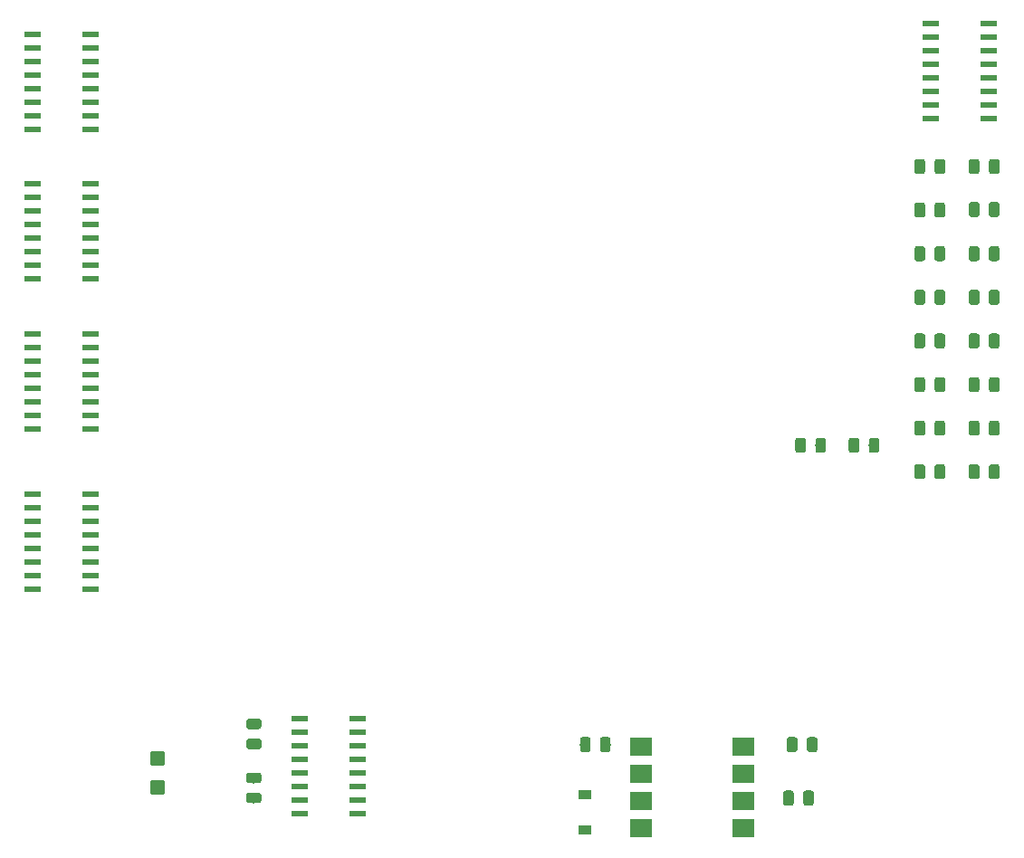
<source format=gbr>
G04 #@! TF.GenerationSoftware,KiCad,Pcbnew,(5.0.1)-3*
G04 #@! TF.CreationDate,2020-04-01T16:59:10+01:00*
G04 #@! TF.ProjectId,testsmt,74657374736D742E6B696361645F7063,rev?*
G04 #@! TF.SameCoordinates,Original*
G04 #@! TF.FileFunction,Paste,Top*
G04 #@! TF.FilePolarity,Positive*
%FSLAX46Y46*%
G04 Gerber Fmt 4.6, Leading zero omitted, Abs format (unit mm)*
G04 Created by KiCad (PCBNEW (5.0.1)-3) date 01/04/2020 16:59:10*
%MOMM*%
%LPD*%
G01*
G04 APERTURE LIST*
%ADD10C,0.100000*%
%ADD11C,0.975000*%
%ADD12C,1.350000*%
%ADD13R,1.200000X0.900000*%
%ADD14R,2.000000X1.780000*%
%ADD15R,1.500000X0.600000*%
G04 APERTURE END LIST*
D10*
G04 #@! TO.C,C1*
G36*
X122610142Y-95301174D02*
X122633803Y-95304684D01*
X122657007Y-95310496D01*
X122679529Y-95318554D01*
X122701153Y-95328782D01*
X122721670Y-95341079D01*
X122740883Y-95355329D01*
X122758607Y-95371393D01*
X122774671Y-95389117D01*
X122788921Y-95408330D01*
X122801218Y-95428847D01*
X122811446Y-95450471D01*
X122819504Y-95472993D01*
X122825316Y-95496197D01*
X122828826Y-95519858D01*
X122830000Y-95543750D01*
X122830000Y-96456250D01*
X122828826Y-96480142D01*
X122825316Y-96503803D01*
X122819504Y-96527007D01*
X122811446Y-96549529D01*
X122801218Y-96571153D01*
X122788921Y-96591670D01*
X122774671Y-96610883D01*
X122758607Y-96628607D01*
X122740883Y-96644671D01*
X122721670Y-96658921D01*
X122701153Y-96671218D01*
X122679529Y-96681446D01*
X122657007Y-96689504D01*
X122633803Y-96695316D01*
X122610142Y-96698826D01*
X122586250Y-96700000D01*
X122098750Y-96700000D01*
X122074858Y-96698826D01*
X122051197Y-96695316D01*
X122027993Y-96689504D01*
X122005471Y-96681446D01*
X121983847Y-96671218D01*
X121963330Y-96658921D01*
X121944117Y-96644671D01*
X121926393Y-96628607D01*
X121910329Y-96610883D01*
X121896079Y-96591670D01*
X121883782Y-96571153D01*
X121873554Y-96549529D01*
X121865496Y-96527007D01*
X121859684Y-96503803D01*
X121856174Y-96480142D01*
X121855000Y-96456250D01*
X121855000Y-95543750D01*
X121856174Y-95519858D01*
X121859684Y-95496197D01*
X121865496Y-95472993D01*
X121873554Y-95450471D01*
X121883782Y-95428847D01*
X121896079Y-95408330D01*
X121910329Y-95389117D01*
X121926393Y-95371393D01*
X121944117Y-95355329D01*
X121963330Y-95341079D01*
X121983847Y-95328782D01*
X122005471Y-95318554D01*
X122027993Y-95310496D01*
X122051197Y-95304684D01*
X122074858Y-95301174D01*
X122098750Y-95300000D01*
X122586250Y-95300000D01*
X122610142Y-95301174D01*
X122610142Y-95301174D01*
G37*
D11*
X122342500Y-96000000D03*
D10*
G36*
X124485142Y-95301174D02*
X124508803Y-95304684D01*
X124532007Y-95310496D01*
X124554529Y-95318554D01*
X124576153Y-95328782D01*
X124596670Y-95341079D01*
X124615883Y-95355329D01*
X124633607Y-95371393D01*
X124649671Y-95389117D01*
X124663921Y-95408330D01*
X124676218Y-95428847D01*
X124686446Y-95450471D01*
X124694504Y-95472993D01*
X124700316Y-95496197D01*
X124703826Y-95519858D01*
X124705000Y-95543750D01*
X124705000Y-96456250D01*
X124703826Y-96480142D01*
X124700316Y-96503803D01*
X124694504Y-96527007D01*
X124686446Y-96549529D01*
X124676218Y-96571153D01*
X124663921Y-96591670D01*
X124649671Y-96610883D01*
X124633607Y-96628607D01*
X124615883Y-96644671D01*
X124596670Y-96658921D01*
X124576153Y-96671218D01*
X124554529Y-96681446D01*
X124532007Y-96689504D01*
X124508803Y-96695316D01*
X124485142Y-96698826D01*
X124461250Y-96700000D01*
X123973750Y-96700000D01*
X123949858Y-96698826D01*
X123926197Y-96695316D01*
X123902993Y-96689504D01*
X123880471Y-96681446D01*
X123858847Y-96671218D01*
X123838330Y-96658921D01*
X123819117Y-96644671D01*
X123801393Y-96628607D01*
X123785329Y-96610883D01*
X123771079Y-96591670D01*
X123758782Y-96571153D01*
X123748554Y-96549529D01*
X123740496Y-96527007D01*
X123734684Y-96503803D01*
X123731174Y-96480142D01*
X123730000Y-96456250D01*
X123730000Y-95543750D01*
X123731174Y-95519858D01*
X123734684Y-95496197D01*
X123740496Y-95472993D01*
X123748554Y-95450471D01*
X123758782Y-95428847D01*
X123771079Y-95408330D01*
X123785329Y-95389117D01*
X123801393Y-95371393D01*
X123819117Y-95355329D01*
X123838330Y-95341079D01*
X123858847Y-95328782D01*
X123880471Y-95318554D01*
X123902993Y-95310496D01*
X123926197Y-95304684D01*
X123949858Y-95301174D01*
X123973750Y-95300000D01*
X124461250Y-95300000D01*
X124485142Y-95301174D01*
X124485142Y-95301174D01*
G37*
D11*
X124217500Y-96000000D03*
G04 #@! TD*
D10*
G04 #@! TO.C,C2*
G36*
X63449505Y-99301204D02*
X63473773Y-99304804D01*
X63497572Y-99310765D01*
X63520671Y-99319030D01*
X63542850Y-99329520D01*
X63563893Y-99342132D01*
X63583599Y-99356747D01*
X63601777Y-99373223D01*
X63618253Y-99391401D01*
X63632868Y-99411107D01*
X63645480Y-99432150D01*
X63655970Y-99454329D01*
X63664235Y-99477428D01*
X63670196Y-99501227D01*
X63673796Y-99525495D01*
X63675000Y-99549999D01*
X63675000Y-100450001D01*
X63673796Y-100474505D01*
X63670196Y-100498773D01*
X63664235Y-100522572D01*
X63655970Y-100545671D01*
X63645480Y-100567850D01*
X63632868Y-100588893D01*
X63618253Y-100608599D01*
X63601777Y-100626777D01*
X63583599Y-100643253D01*
X63563893Y-100657868D01*
X63542850Y-100670480D01*
X63520671Y-100680970D01*
X63497572Y-100689235D01*
X63473773Y-100695196D01*
X63449505Y-100698796D01*
X63425001Y-100700000D01*
X62574999Y-100700000D01*
X62550495Y-100698796D01*
X62526227Y-100695196D01*
X62502428Y-100689235D01*
X62479329Y-100680970D01*
X62457150Y-100670480D01*
X62436107Y-100657868D01*
X62416401Y-100643253D01*
X62398223Y-100626777D01*
X62381747Y-100608599D01*
X62367132Y-100588893D01*
X62354520Y-100567850D01*
X62344030Y-100545671D01*
X62335765Y-100522572D01*
X62329804Y-100498773D01*
X62326204Y-100474505D01*
X62325000Y-100450001D01*
X62325000Y-99549999D01*
X62326204Y-99525495D01*
X62329804Y-99501227D01*
X62335765Y-99477428D01*
X62344030Y-99454329D01*
X62354520Y-99432150D01*
X62367132Y-99411107D01*
X62381747Y-99391401D01*
X62398223Y-99373223D01*
X62416401Y-99356747D01*
X62436107Y-99342132D01*
X62457150Y-99329520D01*
X62479329Y-99319030D01*
X62502428Y-99310765D01*
X62526227Y-99304804D01*
X62550495Y-99301204D01*
X62574999Y-99300000D01*
X63425001Y-99300000D01*
X63449505Y-99301204D01*
X63449505Y-99301204D01*
G37*
D12*
X63000000Y-100000000D03*
D10*
G36*
X63449505Y-96601204D02*
X63473773Y-96604804D01*
X63497572Y-96610765D01*
X63520671Y-96619030D01*
X63542850Y-96629520D01*
X63563893Y-96642132D01*
X63583599Y-96656747D01*
X63601777Y-96673223D01*
X63618253Y-96691401D01*
X63632868Y-96711107D01*
X63645480Y-96732150D01*
X63655970Y-96754329D01*
X63664235Y-96777428D01*
X63670196Y-96801227D01*
X63673796Y-96825495D01*
X63675000Y-96849999D01*
X63675000Y-97750001D01*
X63673796Y-97774505D01*
X63670196Y-97798773D01*
X63664235Y-97822572D01*
X63655970Y-97845671D01*
X63645480Y-97867850D01*
X63632868Y-97888893D01*
X63618253Y-97908599D01*
X63601777Y-97926777D01*
X63583599Y-97943253D01*
X63563893Y-97957868D01*
X63542850Y-97970480D01*
X63520671Y-97980970D01*
X63497572Y-97989235D01*
X63473773Y-97995196D01*
X63449505Y-97998796D01*
X63425001Y-98000000D01*
X62574999Y-98000000D01*
X62550495Y-97998796D01*
X62526227Y-97995196D01*
X62502428Y-97989235D01*
X62479329Y-97980970D01*
X62457150Y-97970480D01*
X62436107Y-97957868D01*
X62416401Y-97943253D01*
X62398223Y-97926777D01*
X62381747Y-97908599D01*
X62367132Y-97888893D01*
X62354520Y-97867850D01*
X62344030Y-97845671D01*
X62335765Y-97822572D01*
X62329804Y-97798773D01*
X62326204Y-97774505D01*
X62325000Y-97750001D01*
X62325000Y-96849999D01*
X62326204Y-96825495D01*
X62329804Y-96801227D01*
X62335765Y-96777428D01*
X62344030Y-96754329D01*
X62354520Y-96732150D01*
X62367132Y-96711107D01*
X62381747Y-96691401D01*
X62398223Y-96673223D01*
X62416401Y-96656747D01*
X62436107Y-96642132D01*
X62457150Y-96629520D01*
X62479329Y-96619030D01*
X62502428Y-96610765D01*
X62526227Y-96604804D01*
X62550495Y-96601204D01*
X62574999Y-96600000D01*
X63425001Y-96600000D01*
X63449505Y-96601204D01*
X63449505Y-96601204D01*
G37*
D12*
X63000000Y-97300000D03*
G04 #@! TD*
D13*
G04 #@! TO.C,D2*
X103000000Y-100700000D03*
X103000000Y-104000000D03*
G04 #@! TD*
D10*
G04 #@! TO.C,D5*
G36*
X141505142Y-49378674D02*
X141528803Y-49382184D01*
X141552007Y-49387996D01*
X141574529Y-49396054D01*
X141596153Y-49406282D01*
X141616670Y-49418579D01*
X141635883Y-49432829D01*
X141653607Y-49448893D01*
X141669671Y-49466617D01*
X141683921Y-49485830D01*
X141696218Y-49506347D01*
X141706446Y-49527971D01*
X141714504Y-49550493D01*
X141720316Y-49573697D01*
X141723826Y-49597358D01*
X141725000Y-49621250D01*
X141725000Y-50533750D01*
X141723826Y-50557642D01*
X141720316Y-50581303D01*
X141714504Y-50604507D01*
X141706446Y-50627029D01*
X141696218Y-50648653D01*
X141683921Y-50669170D01*
X141669671Y-50688383D01*
X141653607Y-50706107D01*
X141635883Y-50722171D01*
X141616670Y-50736421D01*
X141596153Y-50748718D01*
X141574529Y-50758946D01*
X141552007Y-50767004D01*
X141528803Y-50772816D01*
X141505142Y-50776326D01*
X141481250Y-50777500D01*
X140993750Y-50777500D01*
X140969858Y-50776326D01*
X140946197Y-50772816D01*
X140922993Y-50767004D01*
X140900471Y-50758946D01*
X140878847Y-50748718D01*
X140858330Y-50736421D01*
X140839117Y-50722171D01*
X140821393Y-50706107D01*
X140805329Y-50688383D01*
X140791079Y-50669170D01*
X140778782Y-50648653D01*
X140768554Y-50627029D01*
X140760496Y-50604507D01*
X140754684Y-50581303D01*
X140751174Y-50557642D01*
X140750000Y-50533750D01*
X140750000Y-49621250D01*
X140751174Y-49597358D01*
X140754684Y-49573697D01*
X140760496Y-49550493D01*
X140768554Y-49527971D01*
X140778782Y-49506347D01*
X140791079Y-49485830D01*
X140805329Y-49466617D01*
X140821393Y-49448893D01*
X140839117Y-49432829D01*
X140858330Y-49418579D01*
X140878847Y-49406282D01*
X140900471Y-49396054D01*
X140922993Y-49387996D01*
X140946197Y-49382184D01*
X140969858Y-49378674D01*
X140993750Y-49377500D01*
X141481250Y-49377500D01*
X141505142Y-49378674D01*
X141505142Y-49378674D01*
G37*
D11*
X141237500Y-50077500D03*
D10*
G36*
X139630142Y-49378674D02*
X139653803Y-49382184D01*
X139677007Y-49387996D01*
X139699529Y-49396054D01*
X139721153Y-49406282D01*
X139741670Y-49418579D01*
X139760883Y-49432829D01*
X139778607Y-49448893D01*
X139794671Y-49466617D01*
X139808921Y-49485830D01*
X139821218Y-49506347D01*
X139831446Y-49527971D01*
X139839504Y-49550493D01*
X139845316Y-49573697D01*
X139848826Y-49597358D01*
X139850000Y-49621250D01*
X139850000Y-50533750D01*
X139848826Y-50557642D01*
X139845316Y-50581303D01*
X139839504Y-50604507D01*
X139831446Y-50627029D01*
X139821218Y-50648653D01*
X139808921Y-50669170D01*
X139794671Y-50688383D01*
X139778607Y-50706107D01*
X139760883Y-50722171D01*
X139741670Y-50736421D01*
X139721153Y-50748718D01*
X139699529Y-50758946D01*
X139677007Y-50767004D01*
X139653803Y-50772816D01*
X139630142Y-50776326D01*
X139606250Y-50777500D01*
X139118750Y-50777500D01*
X139094858Y-50776326D01*
X139071197Y-50772816D01*
X139047993Y-50767004D01*
X139025471Y-50758946D01*
X139003847Y-50748718D01*
X138983330Y-50736421D01*
X138964117Y-50722171D01*
X138946393Y-50706107D01*
X138930329Y-50688383D01*
X138916079Y-50669170D01*
X138903782Y-50648653D01*
X138893554Y-50627029D01*
X138885496Y-50604507D01*
X138879684Y-50581303D01*
X138876174Y-50557642D01*
X138875000Y-50533750D01*
X138875000Y-49621250D01*
X138876174Y-49597358D01*
X138879684Y-49573697D01*
X138885496Y-49550493D01*
X138893554Y-49527971D01*
X138903782Y-49506347D01*
X138916079Y-49485830D01*
X138930329Y-49466617D01*
X138946393Y-49448893D01*
X138964117Y-49432829D01*
X138983330Y-49418579D01*
X139003847Y-49406282D01*
X139025471Y-49396054D01*
X139047993Y-49387996D01*
X139071197Y-49382184D01*
X139094858Y-49378674D01*
X139118750Y-49377500D01*
X139606250Y-49377500D01*
X139630142Y-49378674D01*
X139630142Y-49378674D01*
G37*
D11*
X139362500Y-50077500D03*
G04 #@! TD*
D10*
G04 #@! TO.C,D3*
G36*
X139630142Y-41218674D02*
X139653803Y-41222184D01*
X139677007Y-41227996D01*
X139699529Y-41236054D01*
X139721153Y-41246282D01*
X139741670Y-41258579D01*
X139760883Y-41272829D01*
X139778607Y-41288893D01*
X139794671Y-41306617D01*
X139808921Y-41325830D01*
X139821218Y-41346347D01*
X139831446Y-41367971D01*
X139839504Y-41390493D01*
X139845316Y-41413697D01*
X139848826Y-41437358D01*
X139850000Y-41461250D01*
X139850000Y-42373750D01*
X139848826Y-42397642D01*
X139845316Y-42421303D01*
X139839504Y-42444507D01*
X139831446Y-42467029D01*
X139821218Y-42488653D01*
X139808921Y-42509170D01*
X139794671Y-42528383D01*
X139778607Y-42546107D01*
X139760883Y-42562171D01*
X139741670Y-42576421D01*
X139721153Y-42588718D01*
X139699529Y-42598946D01*
X139677007Y-42607004D01*
X139653803Y-42612816D01*
X139630142Y-42616326D01*
X139606250Y-42617500D01*
X139118750Y-42617500D01*
X139094858Y-42616326D01*
X139071197Y-42612816D01*
X139047993Y-42607004D01*
X139025471Y-42598946D01*
X139003847Y-42588718D01*
X138983330Y-42576421D01*
X138964117Y-42562171D01*
X138946393Y-42546107D01*
X138930329Y-42528383D01*
X138916079Y-42509170D01*
X138903782Y-42488653D01*
X138893554Y-42467029D01*
X138885496Y-42444507D01*
X138879684Y-42421303D01*
X138876174Y-42397642D01*
X138875000Y-42373750D01*
X138875000Y-41461250D01*
X138876174Y-41437358D01*
X138879684Y-41413697D01*
X138885496Y-41390493D01*
X138893554Y-41367971D01*
X138903782Y-41346347D01*
X138916079Y-41325830D01*
X138930329Y-41306617D01*
X138946393Y-41288893D01*
X138964117Y-41272829D01*
X138983330Y-41258579D01*
X139003847Y-41246282D01*
X139025471Y-41236054D01*
X139047993Y-41227996D01*
X139071197Y-41222184D01*
X139094858Y-41218674D01*
X139118750Y-41217500D01*
X139606250Y-41217500D01*
X139630142Y-41218674D01*
X139630142Y-41218674D01*
G37*
D11*
X139362500Y-41917500D03*
D10*
G36*
X141505142Y-41218674D02*
X141528803Y-41222184D01*
X141552007Y-41227996D01*
X141574529Y-41236054D01*
X141596153Y-41246282D01*
X141616670Y-41258579D01*
X141635883Y-41272829D01*
X141653607Y-41288893D01*
X141669671Y-41306617D01*
X141683921Y-41325830D01*
X141696218Y-41346347D01*
X141706446Y-41367971D01*
X141714504Y-41390493D01*
X141720316Y-41413697D01*
X141723826Y-41437358D01*
X141725000Y-41461250D01*
X141725000Y-42373750D01*
X141723826Y-42397642D01*
X141720316Y-42421303D01*
X141714504Y-42444507D01*
X141706446Y-42467029D01*
X141696218Y-42488653D01*
X141683921Y-42509170D01*
X141669671Y-42528383D01*
X141653607Y-42546107D01*
X141635883Y-42562171D01*
X141616670Y-42576421D01*
X141596153Y-42588718D01*
X141574529Y-42598946D01*
X141552007Y-42607004D01*
X141528803Y-42612816D01*
X141505142Y-42616326D01*
X141481250Y-42617500D01*
X140993750Y-42617500D01*
X140969858Y-42616326D01*
X140946197Y-42612816D01*
X140922993Y-42607004D01*
X140900471Y-42598946D01*
X140878847Y-42588718D01*
X140858330Y-42576421D01*
X140839117Y-42562171D01*
X140821393Y-42546107D01*
X140805329Y-42528383D01*
X140791079Y-42509170D01*
X140778782Y-42488653D01*
X140768554Y-42467029D01*
X140760496Y-42444507D01*
X140754684Y-42421303D01*
X140751174Y-42397642D01*
X140750000Y-42373750D01*
X140750000Y-41461250D01*
X140751174Y-41437358D01*
X140754684Y-41413697D01*
X140760496Y-41390493D01*
X140768554Y-41367971D01*
X140778782Y-41346347D01*
X140791079Y-41325830D01*
X140805329Y-41306617D01*
X140821393Y-41288893D01*
X140839117Y-41272829D01*
X140858330Y-41258579D01*
X140878847Y-41246282D01*
X140900471Y-41236054D01*
X140922993Y-41227996D01*
X140946197Y-41222184D01*
X140969858Y-41218674D01*
X140993750Y-41217500D01*
X141481250Y-41217500D01*
X141505142Y-41218674D01*
X141505142Y-41218674D01*
G37*
D11*
X141237500Y-41917500D03*
G04 #@! TD*
D10*
G04 #@! TO.C,D4*
G36*
X141505142Y-45238674D02*
X141528803Y-45242184D01*
X141552007Y-45247996D01*
X141574529Y-45256054D01*
X141596153Y-45266282D01*
X141616670Y-45278579D01*
X141635883Y-45292829D01*
X141653607Y-45308893D01*
X141669671Y-45326617D01*
X141683921Y-45345830D01*
X141696218Y-45366347D01*
X141706446Y-45387971D01*
X141714504Y-45410493D01*
X141720316Y-45433697D01*
X141723826Y-45457358D01*
X141725000Y-45481250D01*
X141725000Y-46393750D01*
X141723826Y-46417642D01*
X141720316Y-46441303D01*
X141714504Y-46464507D01*
X141706446Y-46487029D01*
X141696218Y-46508653D01*
X141683921Y-46529170D01*
X141669671Y-46548383D01*
X141653607Y-46566107D01*
X141635883Y-46582171D01*
X141616670Y-46596421D01*
X141596153Y-46608718D01*
X141574529Y-46618946D01*
X141552007Y-46627004D01*
X141528803Y-46632816D01*
X141505142Y-46636326D01*
X141481250Y-46637500D01*
X140993750Y-46637500D01*
X140969858Y-46636326D01*
X140946197Y-46632816D01*
X140922993Y-46627004D01*
X140900471Y-46618946D01*
X140878847Y-46608718D01*
X140858330Y-46596421D01*
X140839117Y-46582171D01*
X140821393Y-46566107D01*
X140805329Y-46548383D01*
X140791079Y-46529170D01*
X140778782Y-46508653D01*
X140768554Y-46487029D01*
X140760496Y-46464507D01*
X140754684Y-46441303D01*
X140751174Y-46417642D01*
X140750000Y-46393750D01*
X140750000Y-45481250D01*
X140751174Y-45457358D01*
X140754684Y-45433697D01*
X140760496Y-45410493D01*
X140768554Y-45387971D01*
X140778782Y-45366347D01*
X140791079Y-45345830D01*
X140805329Y-45326617D01*
X140821393Y-45308893D01*
X140839117Y-45292829D01*
X140858330Y-45278579D01*
X140878847Y-45266282D01*
X140900471Y-45256054D01*
X140922993Y-45247996D01*
X140946197Y-45242184D01*
X140969858Y-45238674D01*
X140993750Y-45237500D01*
X141481250Y-45237500D01*
X141505142Y-45238674D01*
X141505142Y-45238674D01*
G37*
D11*
X141237500Y-45937500D03*
D10*
G36*
X139630142Y-45238674D02*
X139653803Y-45242184D01*
X139677007Y-45247996D01*
X139699529Y-45256054D01*
X139721153Y-45266282D01*
X139741670Y-45278579D01*
X139760883Y-45292829D01*
X139778607Y-45308893D01*
X139794671Y-45326617D01*
X139808921Y-45345830D01*
X139821218Y-45366347D01*
X139831446Y-45387971D01*
X139839504Y-45410493D01*
X139845316Y-45433697D01*
X139848826Y-45457358D01*
X139850000Y-45481250D01*
X139850000Y-46393750D01*
X139848826Y-46417642D01*
X139845316Y-46441303D01*
X139839504Y-46464507D01*
X139831446Y-46487029D01*
X139821218Y-46508653D01*
X139808921Y-46529170D01*
X139794671Y-46548383D01*
X139778607Y-46566107D01*
X139760883Y-46582171D01*
X139741670Y-46596421D01*
X139721153Y-46608718D01*
X139699529Y-46618946D01*
X139677007Y-46627004D01*
X139653803Y-46632816D01*
X139630142Y-46636326D01*
X139606250Y-46637500D01*
X139118750Y-46637500D01*
X139094858Y-46636326D01*
X139071197Y-46632816D01*
X139047993Y-46627004D01*
X139025471Y-46618946D01*
X139003847Y-46608718D01*
X138983330Y-46596421D01*
X138964117Y-46582171D01*
X138946393Y-46566107D01*
X138930329Y-46548383D01*
X138916079Y-46529170D01*
X138903782Y-46508653D01*
X138893554Y-46487029D01*
X138885496Y-46464507D01*
X138879684Y-46441303D01*
X138876174Y-46417642D01*
X138875000Y-46393750D01*
X138875000Y-45481250D01*
X138876174Y-45457358D01*
X138879684Y-45433697D01*
X138885496Y-45410493D01*
X138893554Y-45387971D01*
X138903782Y-45366347D01*
X138916079Y-45345830D01*
X138930329Y-45326617D01*
X138946393Y-45308893D01*
X138964117Y-45292829D01*
X138983330Y-45278579D01*
X139003847Y-45266282D01*
X139025471Y-45256054D01*
X139047993Y-45247996D01*
X139071197Y-45242184D01*
X139094858Y-45238674D01*
X139118750Y-45237500D01*
X139606250Y-45237500D01*
X139630142Y-45238674D01*
X139630142Y-45238674D01*
G37*
D11*
X139362500Y-45937500D03*
G04 #@! TD*
D10*
G04 #@! TO.C,D6*
G36*
X139630142Y-53458674D02*
X139653803Y-53462184D01*
X139677007Y-53467996D01*
X139699529Y-53476054D01*
X139721153Y-53486282D01*
X139741670Y-53498579D01*
X139760883Y-53512829D01*
X139778607Y-53528893D01*
X139794671Y-53546617D01*
X139808921Y-53565830D01*
X139821218Y-53586347D01*
X139831446Y-53607971D01*
X139839504Y-53630493D01*
X139845316Y-53653697D01*
X139848826Y-53677358D01*
X139850000Y-53701250D01*
X139850000Y-54613750D01*
X139848826Y-54637642D01*
X139845316Y-54661303D01*
X139839504Y-54684507D01*
X139831446Y-54707029D01*
X139821218Y-54728653D01*
X139808921Y-54749170D01*
X139794671Y-54768383D01*
X139778607Y-54786107D01*
X139760883Y-54802171D01*
X139741670Y-54816421D01*
X139721153Y-54828718D01*
X139699529Y-54838946D01*
X139677007Y-54847004D01*
X139653803Y-54852816D01*
X139630142Y-54856326D01*
X139606250Y-54857500D01*
X139118750Y-54857500D01*
X139094858Y-54856326D01*
X139071197Y-54852816D01*
X139047993Y-54847004D01*
X139025471Y-54838946D01*
X139003847Y-54828718D01*
X138983330Y-54816421D01*
X138964117Y-54802171D01*
X138946393Y-54786107D01*
X138930329Y-54768383D01*
X138916079Y-54749170D01*
X138903782Y-54728653D01*
X138893554Y-54707029D01*
X138885496Y-54684507D01*
X138879684Y-54661303D01*
X138876174Y-54637642D01*
X138875000Y-54613750D01*
X138875000Y-53701250D01*
X138876174Y-53677358D01*
X138879684Y-53653697D01*
X138885496Y-53630493D01*
X138893554Y-53607971D01*
X138903782Y-53586347D01*
X138916079Y-53565830D01*
X138930329Y-53546617D01*
X138946393Y-53528893D01*
X138964117Y-53512829D01*
X138983330Y-53498579D01*
X139003847Y-53486282D01*
X139025471Y-53476054D01*
X139047993Y-53467996D01*
X139071197Y-53462184D01*
X139094858Y-53458674D01*
X139118750Y-53457500D01*
X139606250Y-53457500D01*
X139630142Y-53458674D01*
X139630142Y-53458674D01*
G37*
D11*
X139362500Y-54157500D03*
D10*
G36*
X141505142Y-53458674D02*
X141528803Y-53462184D01*
X141552007Y-53467996D01*
X141574529Y-53476054D01*
X141596153Y-53486282D01*
X141616670Y-53498579D01*
X141635883Y-53512829D01*
X141653607Y-53528893D01*
X141669671Y-53546617D01*
X141683921Y-53565830D01*
X141696218Y-53586347D01*
X141706446Y-53607971D01*
X141714504Y-53630493D01*
X141720316Y-53653697D01*
X141723826Y-53677358D01*
X141725000Y-53701250D01*
X141725000Y-54613750D01*
X141723826Y-54637642D01*
X141720316Y-54661303D01*
X141714504Y-54684507D01*
X141706446Y-54707029D01*
X141696218Y-54728653D01*
X141683921Y-54749170D01*
X141669671Y-54768383D01*
X141653607Y-54786107D01*
X141635883Y-54802171D01*
X141616670Y-54816421D01*
X141596153Y-54828718D01*
X141574529Y-54838946D01*
X141552007Y-54847004D01*
X141528803Y-54852816D01*
X141505142Y-54856326D01*
X141481250Y-54857500D01*
X140993750Y-54857500D01*
X140969858Y-54856326D01*
X140946197Y-54852816D01*
X140922993Y-54847004D01*
X140900471Y-54838946D01*
X140878847Y-54828718D01*
X140858330Y-54816421D01*
X140839117Y-54802171D01*
X140821393Y-54786107D01*
X140805329Y-54768383D01*
X140791079Y-54749170D01*
X140778782Y-54728653D01*
X140768554Y-54707029D01*
X140760496Y-54684507D01*
X140754684Y-54661303D01*
X140751174Y-54637642D01*
X140750000Y-54613750D01*
X140750000Y-53701250D01*
X140751174Y-53677358D01*
X140754684Y-53653697D01*
X140760496Y-53630493D01*
X140768554Y-53607971D01*
X140778782Y-53586347D01*
X140791079Y-53565830D01*
X140805329Y-53546617D01*
X140821393Y-53528893D01*
X140839117Y-53512829D01*
X140858330Y-53498579D01*
X140878847Y-53486282D01*
X140900471Y-53476054D01*
X140922993Y-53467996D01*
X140946197Y-53462184D01*
X140969858Y-53458674D01*
X140993750Y-53457500D01*
X141481250Y-53457500D01*
X141505142Y-53458674D01*
X141505142Y-53458674D01*
G37*
D11*
X141237500Y-54157500D03*
G04 #@! TD*
D10*
G04 #@! TO.C,D7*
G36*
X141505142Y-57538674D02*
X141528803Y-57542184D01*
X141552007Y-57547996D01*
X141574529Y-57556054D01*
X141596153Y-57566282D01*
X141616670Y-57578579D01*
X141635883Y-57592829D01*
X141653607Y-57608893D01*
X141669671Y-57626617D01*
X141683921Y-57645830D01*
X141696218Y-57666347D01*
X141706446Y-57687971D01*
X141714504Y-57710493D01*
X141720316Y-57733697D01*
X141723826Y-57757358D01*
X141725000Y-57781250D01*
X141725000Y-58693750D01*
X141723826Y-58717642D01*
X141720316Y-58741303D01*
X141714504Y-58764507D01*
X141706446Y-58787029D01*
X141696218Y-58808653D01*
X141683921Y-58829170D01*
X141669671Y-58848383D01*
X141653607Y-58866107D01*
X141635883Y-58882171D01*
X141616670Y-58896421D01*
X141596153Y-58908718D01*
X141574529Y-58918946D01*
X141552007Y-58927004D01*
X141528803Y-58932816D01*
X141505142Y-58936326D01*
X141481250Y-58937500D01*
X140993750Y-58937500D01*
X140969858Y-58936326D01*
X140946197Y-58932816D01*
X140922993Y-58927004D01*
X140900471Y-58918946D01*
X140878847Y-58908718D01*
X140858330Y-58896421D01*
X140839117Y-58882171D01*
X140821393Y-58866107D01*
X140805329Y-58848383D01*
X140791079Y-58829170D01*
X140778782Y-58808653D01*
X140768554Y-58787029D01*
X140760496Y-58764507D01*
X140754684Y-58741303D01*
X140751174Y-58717642D01*
X140750000Y-58693750D01*
X140750000Y-57781250D01*
X140751174Y-57757358D01*
X140754684Y-57733697D01*
X140760496Y-57710493D01*
X140768554Y-57687971D01*
X140778782Y-57666347D01*
X140791079Y-57645830D01*
X140805329Y-57626617D01*
X140821393Y-57608893D01*
X140839117Y-57592829D01*
X140858330Y-57578579D01*
X140878847Y-57566282D01*
X140900471Y-57556054D01*
X140922993Y-57547996D01*
X140946197Y-57542184D01*
X140969858Y-57538674D01*
X140993750Y-57537500D01*
X141481250Y-57537500D01*
X141505142Y-57538674D01*
X141505142Y-57538674D01*
G37*
D11*
X141237500Y-58237500D03*
D10*
G36*
X139630142Y-57538674D02*
X139653803Y-57542184D01*
X139677007Y-57547996D01*
X139699529Y-57556054D01*
X139721153Y-57566282D01*
X139741670Y-57578579D01*
X139760883Y-57592829D01*
X139778607Y-57608893D01*
X139794671Y-57626617D01*
X139808921Y-57645830D01*
X139821218Y-57666347D01*
X139831446Y-57687971D01*
X139839504Y-57710493D01*
X139845316Y-57733697D01*
X139848826Y-57757358D01*
X139850000Y-57781250D01*
X139850000Y-58693750D01*
X139848826Y-58717642D01*
X139845316Y-58741303D01*
X139839504Y-58764507D01*
X139831446Y-58787029D01*
X139821218Y-58808653D01*
X139808921Y-58829170D01*
X139794671Y-58848383D01*
X139778607Y-58866107D01*
X139760883Y-58882171D01*
X139741670Y-58896421D01*
X139721153Y-58908718D01*
X139699529Y-58918946D01*
X139677007Y-58927004D01*
X139653803Y-58932816D01*
X139630142Y-58936326D01*
X139606250Y-58937500D01*
X139118750Y-58937500D01*
X139094858Y-58936326D01*
X139071197Y-58932816D01*
X139047993Y-58927004D01*
X139025471Y-58918946D01*
X139003847Y-58908718D01*
X138983330Y-58896421D01*
X138964117Y-58882171D01*
X138946393Y-58866107D01*
X138930329Y-58848383D01*
X138916079Y-58829170D01*
X138903782Y-58808653D01*
X138893554Y-58787029D01*
X138885496Y-58764507D01*
X138879684Y-58741303D01*
X138876174Y-58717642D01*
X138875000Y-58693750D01*
X138875000Y-57781250D01*
X138876174Y-57757358D01*
X138879684Y-57733697D01*
X138885496Y-57710493D01*
X138893554Y-57687971D01*
X138903782Y-57666347D01*
X138916079Y-57645830D01*
X138930329Y-57626617D01*
X138946393Y-57608893D01*
X138964117Y-57592829D01*
X138983330Y-57578579D01*
X139003847Y-57566282D01*
X139025471Y-57556054D01*
X139047993Y-57547996D01*
X139071197Y-57542184D01*
X139094858Y-57538674D01*
X139118750Y-57537500D01*
X139606250Y-57537500D01*
X139630142Y-57538674D01*
X139630142Y-57538674D01*
G37*
D11*
X139362500Y-58237500D03*
G04 #@! TD*
D10*
G04 #@! TO.C,D8*
G36*
X139630142Y-61618674D02*
X139653803Y-61622184D01*
X139677007Y-61627996D01*
X139699529Y-61636054D01*
X139721153Y-61646282D01*
X139741670Y-61658579D01*
X139760883Y-61672829D01*
X139778607Y-61688893D01*
X139794671Y-61706617D01*
X139808921Y-61725830D01*
X139821218Y-61746347D01*
X139831446Y-61767971D01*
X139839504Y-61790493D01*
X139845316Y-61813697D01*
X139848826Y-61837358D01*
X139850000Y-61861250D01*
X139850000Y-62773750D01*
X139848826Y-62797642D01*
X139845316Y-62821303D01*
X139839504Y-62844507D01*
X139831446Y-62867029D01*
X139821218Y-62888653D01*
X139808921Y-62909170D01*
X139794671Y-62928383D01*
X139778607Y-62946107D01*
X139760883Y-62962171D01*
X139741670Y-62976421D01*
X139721153Y-62988718D01*
X139699529Y-62998946D01*
X139677007Y-63007004D01*
X139653803Y-63012816D01*
X139630142Y-63016326D01*
X139606250Y-63017500D01*
X139118750Y-63017500D01*
X139094858Y-63016326D01*
X139071197Y-63012816D01*
X139047993Y-63007004D01*
X139025471Y-62998946D01*
X139003847Y-62988718D01*
X138983330Y-62976421D01*
X138964117Y-62962171D01*
X138946393Y-62946107D01*
X138930329Y-62928383D01*
X138916079Y-62909170D01*
X138903782Y-62888653D01*
X138893554Y-62867029D01*
X138885496Y-62844507D01*
X138879684Y-62821303D01*
X138876174Y-62797642D01*
X138875000Y-62773750D01*
X138875000Y-61861250D01*
X138876174Y-61837358D01*
X138879684Y-61813697D01*
X138885496Y-61790493D01*
X138893554Y-61767971D01*
X138903782Y-61746347D01*
X138916079Y-61725830D01*
X138930329Y-61706617D01*
X138946393Y-61688893D01*
X138964117Y-61672829D01*
X138983330Y-61658579D01*
X139003847Y-61646282D01*
X139025471Y-61636054D01*
X139047993Y-61627996D01*
X139071197Y-61622184D01*
X139094858Y-61618674D01*
X139118750Y-61617500D01*
X139606250Y-61617500D01*
X139630142Y-61618674D01*
X139630142Y-61618674D01*
G37*
D11*
X139362500Y-62317500D03*
D10*
G36*
X141505142Y-61618674D02*
X141528803Y-61622184D01*
X141552007Y-61627996D01*
X141574529Y-61636054D01*
X141596153Y-61646282D01*
X141616670Y-61658579D01*
X141635883Y-61672829D01*
X141653607Y-61688893D01*
X141669671Y-61706617D01*
X141683921Y-61725830D01*
X141696218Y-61746347D01*
X141706446Y-61767971D01*
X141714504Y-61790493D01*
X141720316Y-61813697D01*
X141723826Y-61837358D01*
X141725000Y-61861250D01*
X141725000Y-62773750D01*
X141723826Y-62797642D01*
X141720316Y-62821303D01*
X141714504Y-62844507D01*
X141706446Y-62867029D01*
X141696218Y-62888653D01*
X141683921Y-62909170D01*
X141669671Y-62928383D01*
X141653607Y-62946107D01*
X141635883Y-62962171D01*
X141616670Y-62976421D01*
X141596153Y-62988718D01*
X141574529Y-62998946D01*
X141552007Y-63007004D01*
X141528803Y-63012816D01*
X141505142Y-63016326D01*
X141481250Y-63017500D01*
X140993750Y-63017500D01*
X140969858Y-63016326D01*
X140946197Y-63012816D01*
X140922993Y-63007004D01*
X140900471Y-62998946D01*
X140878847Y-62988718D01*
X140858330Y-62976421D01*
X140839117Y-62962171D01*
X140821393Y-62946107D01*
X140805329Y-62928383D01*
X140791079Y-62909170D01*
X140778782Y-62888653D01*
X140768554Y-62867029D01*
X140760496Y-62844507D01*
X140754684Y-62821303D01*
X140751174Y-62797642D01*
X140750000Y-62773750D01*
X140750000Y-61861250D01*
X140751174Y-61837358D01*
X140754684Y-61813697D01*
X140760496Y-61790493D01*
X140768554Y-61767971D01*
X140778782Y-61746347D01*
X140791079Y-61725830D01*
X140805329Y-61706617D01*
X140821393Y-61688893D01*
X140839117Y-61672829D01*
X140858330Y-61658579D01*
X140878847Y-61646282D01*
X140900471Y-61636054D01*
X140922993Y-61627996D01*
X140946197Y-61622184D01*
X140969858Y-61618674D01*
X140993750Y-61617500D01*
X141481250Y-61617500D01*
X141505142Y-61618674D01*
X141505142Y-61618674D01*
G37*
D11*
X141237500Y-62317500D03*
G04 #@! TD*
D10*
G04 #@! TO.C,D10*
G36*
X141505142Y-69778674D02*
X141528803Y-69782184D01*
X141552007Y-69787996D01*
X141574529Y-69796054D01*
X141596153Y-69806282D01*
X141616670Y-69818579D01*
X141635883Y-69832829D01*
X141653607Y-69848893D01*
X141669671Y-69866617D01*
X141683921Y-69885830D01*
X141696218Y-69906347D01*
X141706446Y-69927971D01*
X141714504Y-69950493D01*
X141720316Y-69973697D01*
X141723826Y-69997358D01*
X141725000Y-70021250D01*
X141725000Y-70933750D01*
X141723826Y-70957642D01*
X141720316Y-70981303D01*
X141714504Y-71004507D01*
X141706446Y-71027029D01*
X141696218Y-71048653D01*
X141683921Y-71069170D01*
X141669671Y-71088383D01*
X141653607Y-71106107D01*
X141635883Y-71122171D01*
X141616670Y-71136421D01*
X141596153Y-71148718D01*
X141574529Y-71158946D01*
X141552007Y-71167004D01*
X141528803Y-71172816D01*
X141505142Y-71176326D01*
X141481250Y-71177500D01*
X140993750Y-71177500D01*
X140969858Y-71176326D01*
X140946197Y-71172816D01*
X140922993Y-71167004D01*
X140900471Y-71158946D01*
X140878847Y-71148718D01*
X140858330Y-71136421D01*
X140839117Y-71122171D01*
X140821393Y-71106107D01*
X140805329Y-71088383D01*
X140791079Y-71069170D01*
X140778782Y-71048653D01*
X140768554Y-71027029D01*
X140760496Y-71004507D01*
X140754684Y-70981303D01*
X140751174Y-70957642D01*
X140750000Y-70933750D01*
X140750000Y-70021250D01*
X140751174Y-69997358D01*
X140754684Y-69973697D01*
X140760496Y-69950493D01*
X140768554Y-69927971D01*
X140778782Y-69906347D01*
X140791079Y-69885830D01*
X140805329Y-69866617D01*
X140821393Y-69848893D01*
X140839117Y-69832829D01*
X140858330Y-69818579D01*
X140878847Y-69806282D01*
X140900471Y-69796054D01*
X140922993Y-69787996D01*
X140946197Y-69782184D01*
X140969858Y-69778674D01*
X140993750Y-69777500D01*
X141481250Y-69777500D01*
X141505142Y-69778674D01*
X141505142Y-69778674D01*
G37*
D11*
X141237500Y-70477500D03*
D10*
G36*
X139630142Y-69778674D02*
X139653803Y-69782184D01*
X139677007Y-69787996D01*
X139699529Y-69796054D01*
X139721153Y-69806282D01*
X139741670Y-69818579D01*
X139760883Y-69832829D01*
X139778607Y-69848893D01*
X139794671Y-69866617D01*
X139808921Y-69885830D01*
X139821218Y-69906347D01*
X139831446Y-69927971D01*
X139839504Y-69950493D01*
X139845316Y-69973697D01*
X139848826Y-69997358D01*
X139850000Y-70021250D01*
X139850000Y-70933750D01*
X139848826Y-70957642D01*
X139845316Y-70981303D01*
X139839504Y-71004507D01*
X139831446Y-71027029D01*
X139821218Y-71048653D01*
X139808921Y-71069170D01*
X139794671Y-71088383D01*
X139778607Y-71106107D01*
X139760883Y-71122171D01*
X139741670Y-71136421D01*
X139721153Y-71148718D01*
X139699529Y-71158946D01*
X139677007Y-71167004D01*
X139653803Y-71172816D01*
X139630142Y-71176326D01*
X139606250Y-71177500D01*
X139118750Y-71177500D01*
X139094858Y-71176326D01*
X139071197Y-71172816D01*
X139047993Y-71167004D01*
X139025471Y-71158946D01*
X139003847Y-71148718D01*
X138983330Y-71136421D01*
X138964117Y-71122171D01*
X138946393Y-71106107D01*
X138930329Y-71088383D01*
X138916079Y-71069170D01*
X138903782Y-71048653D01*
X138893554Y-71027029D01*
X138885496Y-71004507D01*
X138879684Y-70981303D01*
X138876174Y-70957642D01*
X138875000Y-70933750D01*
X138875000Y-70021250D01*
X138876174Y-69997358D01*
X138879684Y-69973697D01*
X138885496Y-69950493D01*
X138893554Y-69927971D01*
X138903782Y-69906347D01*
X138916079Y-69885830D01*
X138930329Y-69866617D01*
X138946393Y-69848893D01*
X138964117Y-69832829D01*
X138983330Y-69818579D01*
X139003847Y-69806282D01*
X139025471Y-69796054D01*
X139047993Y-69787996D01*
X139071197Y-69782184D01*
X139094858Y-69778674D01*
X139118750Y-69777500D01*
X139606250Y-69777500D01*
X139630142Y-69778674D01*
X139630142Y-69778674D01*
G37*
D11*
X139362500Y-70477500D03*
G04 #@! TD*
D10*
G04 #@! TO.C,D1*
G36*
X128392642Y-67301174D02*
X128416303Y-67304684D01*
X128439507Y-67310496D01*
X128462029Y-67318554D01*
X128483653Y-67328782D01*
X128504170Y-67341079D01*
X128523383Y-67355329D01*
X128541107Y-67371393D01*
X128557171Y-67389117D01*
X128571421Y-67408330D01*
X128583718Y-67428847D01*
X128593946Y-67450471D01*
X128602004Y-67472993D01*
X128607816Y-67496197D01*
X128611326Y-67519858D01*
X128612500Y-67543750D01*
X128612500Y-68456250D01*
X128611326Y-68480142D01*
X128607816Y-68503803D01*
X128602004Y-68527007D01*
X128593946Y-68549529D01*
X128583718Y-68571153D01*
X128571421Y-68591670D01*
X128557171Y-68610883D01*
X128541107Y-68628607D01*
X128523383Y-68644671D01*
X128504170Y-68658921D01*
X128483653Y-68671218D01*
X128462029Y-68681446D01*
X128439507Y-68689504D01*
X128416303Y-68695316D01*
X128392642Y-68698826D01*
X128368750Y-68700000D01*
X127881250Y-68700000D01*
X127857358Y-68698826D01*
X127833697Y-68695316D01*
X127810493Y-68689504D01*
X127787971Y-68681446D01*
X127766347Y-68671218D01*
X127745830Y-68658921D01*
X127726617Y-68644671D01*
X127708893Y-68628607D01*
X127692829Y-68610883D01*
X127678579Y-68591670D01*
X127666282Y-68571153D01*
X127656054Y-68549529D01*
X127647996Y-68527007D01*
X127642184Y-68503803D01*
X127638674Y-68480142D01*
X127637500Y-68456250D01*
X127637500Y-67543750D01*
X127638674Y-67519858D01*
X127642184Y-67496197D01*
X127647996Y-67472993D01*
X127656054Y-67450471D01*
X127666282Y-67428847D01*
X127678579Y-67408330D01*
X127692829Y-67389117D01*
X127708893Y-67371393D01*
X127726617Y-67355329D01*
X127745830Y-67341079D01*
X127766347Y-67328782D01*
X127787971Y-67318554D01*
X127810493Y-67310496D01*
X127833697Y-67304684D01*
X127857358Y-67301174D01*
X127881250Y-67300000D01*
X128368750Y-67300000D01*
X128392642Y-67301174D01*
X128392642Y-67301174D01*
G37*
D11*
X128125000Y-68000000D03*
D10*
G36*
X130267642Y-67301174D02*
X130291303Y-67304684D01*
X130314507Y-67310496D01*
X130337029Y-67318554D01*
X130358653Y-67328782D01*
X130379170Y-67341079D01*
X130398383Y-67355329D01*
X130416107Y-67371393D01*
X130432171Y-67389117D01*
X130446421Y-67408330D01*
X130458718Y-67428847D01*
X130468946Y-67450471D01*
X130477004Y-67472993D01*
X130482816Y-67496197D01*
X130486326Y-67519858D01*
X130487500Y-67543750D01*
X130487500Y-68456250D01*
X130486326Y-68480142D01*
X130482816Y-68503803D01*
X130477004Y-68527007D01*
X130468946Y-68549529D01*
X130458718Y-68571153D01*
X130446421Y-68591670D01*
X130432171Y-68610883D01*
X130416107Y-68628607D01*
X130398383Y-68644671D01*
X130379170Y-68658921D01*
X130358653Y-68671218D01*
X130337029Y-68681446D01*
X130314507Y-68689504D01*
X130291303Y-68695316D01*
X130267642Y-68698826D01*
X130243750Y-68700000D01*
X129756250Y-68700000D01*
X129732358Y-68698826D01*
X129708697Y-68695316D01*
X129685493Y-68689504D01*
X129662971Y-68681446D01*
X129641347Y-68671218D01*
X129620830Y-68658921D01*
X129601617Y-68644671D01*
X129583893Y-68628607D01*
X129567829Y-68610883D01*
X129553579Y-68591670D01*
X129541282Y-68571153D01*
X129531054Y-68549529D01*
X129522996Y-68527007D01*
X129517184Y-68503803D01*
X129513674Y-68480142D01*
X129512500Y-68456250D01*
X129512500Y-67543750D01*
X129513674Y-67519858D01*
X129517184Y-67496197D01*
X129522996Y-67472993D01*
X129531054Y-67450471D01*
X129541282Y-67428847D01*
X129553579Y-67408330D01*
X129567829Y-67389117D01*
X129583893Y-67371393D01*
X129601617Y-67355329D01*
X129620830Y-67341079D01*
X129641347Y-67328782D01*
X129662971Y-67318554D01*
X129685493Y-67310496D01*
X129708697Y-67304684D01*
X129732358Y-67301174D01*
X129756250Y-67300000D01*
X130243750Y-67300000D01*
X130267642Y-67301174D01*
X130267642Y-67301174D01*
G37*
D11*
X130000000Y-68000000D03*
G04 #@! TD*
D10*
G04 #@! TO.C,D9*
G36*
X141505142Y-65698674D02*
X141528803Y-65702184D01*
X141552007Y-65707996D01*
X141574529Y-65716054D01*
X141596153Y-65726282D01*
X141616670Y-65738579D01*
X141635883Y-65752829D01*
X141653607Y-65768893D01*
X141669671Y-65786617D01*
X141683921Y-65805830D01*
X141696218Y-65826347D01*
X141706446Y-65847971D01*
X141714504Y-65870493D01*
X141720316Y-65893697D01*
X141723826Y-65917358D01*
X141725000Y-65941250D01*
X141725000Y-66853750D01*
X141723826Y-66877642D01*
X141720316Y-66901303D01*
X141714504Y-66924507D01*
X141706446Y-66947029D01*
X141696218Y-66968653D01*
X141683921Y-66989170D01*
X141669671Y-67008383D01*
X141653607Y-67026107D01*
X141635883Y-67042171D01*
X141616670Y-67056421D01*
X141596153Y-67068718D01*
X141574529Y-67078946D01*
X141552007Y-67087004D01*
X141528803Y-67092816D01*
X141505142Y-67096326D01*
X141481250Y-67097500D01*
X140993750Y-67097500D01*
X140969858Y-67096326D01*
X140946197Y-67092816D01*
X140922993Y-67087004D01*
X140900471Y-67078946D01*
X140878847Y-67068718D01*
X140858330Y-67056421D01*
X140839117Y-67042171D01*
X140821393Y-67026107D01*
X140805329Y-67008383D01*
X140791079Y-66989170D01*
X140778782Y-66968653D01*
X140768554Y-66947029D01*
X140760496Y-66924507D01*
X140754684Y-66901303D01*
X140751174Y-66877642D01*
X140750000Y-66853750D01*
X140750000Y-65941250D01*
X140751174Y-65917358D01*
X140754684Y-65893697D01*
X140760496Y-65870493D01*
X140768554Y-65847971D01*
X140778782Y-65826347D01*
X140791079Y-65805830D01*
X140805329Y-65786617D01*
X140821393Y-65768893D01*
X140839117Y-65752829D01*
X140858330Y-65738579D01*
X140878847Y-65726282D01*
X140900471Y-65716054D01*
X140922993Y-65707996D01*
X140946197Y-65702184D01*
X140969858Y-65698674D01*
X140993750Y-65697500D01*
X141481250Y-65697500D01*
X141505142Y-65698674D01*
X141505142Y-65698674D01*
G37*
D11*
X141237500Y-66397500D03*
D10*
G36*
X139630142Y-65698674D02*
X139653803Y-65702184D01*
X139677007Y-65707996D01*
X139699529Y-65716054D01*
X139721153Y-65726282D01*
X139741670Y-65738579D01*
X139760883Y-65752829D01*
X139778607Y-65768893D01*
X139794671Y-65786617D01*
X139808921Y-65805830D01*
X139821218Y-65826347D01*
X139831446Y-65847971D01*
X139839504Y-65870493D01*
X139845316Y-65893697D01*
X139848826Y-65917358D01*
X139850000Y-65941250D01*
X139850000Y-66853750D01*
X139848826Y-66877642D01*
X139845316Y-66901303D01*
X139839504Y-66924507D01*
X139831446Y-66947029D01*
X139821218Y-66968653D01*
X139808921Y-66989170D01*
X139794671Y-67008383D01*
X139778607Y-67026107D01*
X139760883Y-67042171D01*
X139741670Y-67056421D01*
X139721153Y-67068718D01*
X139699529Y-67078946D01*
X139677007Y-67087004D01*
X139653803Y-67092816D01*
X139630142Y-67096326D01*
X139606250Y-67097500D01*
X139118750Y-67097500D01*
X139094858Y-67096326D01*
X139071197Y-67092816D01*
X139047993Y-67087004D01*
X139025471Y-67078946D01*
X139003847Y-67068718D01*
X138983330Y-67056421D01*
X138964117Y-67042171D01*
X138946393Y-67026107D01*
X138930329Y-67008383D01*
X138916079Y-66989170D01*
X138903782Y-66968653D01*
X138893554Y-66947029D01*
X138885496Y-66924507D01*
X138879684Y-66901303D01*
X138876174Y-66877642D01*
X138875000Y-66853750D01*
X138875000Y-65941250D01*
X138876174Y-65917358D01*
X138879684Y-65893697D01*
X138885496Y-65870493D01*
X138893554Y-65847971D01*
X138903782Y-65826347D01*
X138916079Y-65805830D01*
X138930329Y-65786617D01*
X138946393Y-65768893D01*
X138964117Y-65752829D01*
X138983330Y-65738579D01*
X139003847Y-65726282D01*
X139025471Y-65716054D01*
X139047993Y-65707996D01*
X139071197Y-65702184D01*
X139094858Y-65698674D01*
X139118750Y-65697500D01*
X139606250Y-65697500D01*
X139630142Y-65698674D01*
X139630142Y-65698674D01*
G37*
D11*
X139362500Y-66397500D03*
G04 #@! TD*
D14*
G04 #@! TO.C,U1*
X108235000Y-96190000D03*
X117765000Y-103810000D03*
X108235000Y-98730000D03*
X117765000Y-101270000D03*
X108235000Y-101270000D03*
X117765000Y-98730000D03*
X108235000Y-103810000D03*
X117765000Y-96190000D03*
G04 #@! TD*
D15*
G04 #@! TO.C,U4*
X56700000Y-29555000D03*
X56700000Y-30825000D03*
X56700000Y-32095000D03*
X56700000Y-33365000D03*
X56700000Y-34635000D03*
X56700000Y-35905000D03*
X56700000Y-37175000D03*
X56700000Y-38445000D03*
X51300000Y-38445000D03*
X51300000Y-37175000D03*
X51300000Y-35905000D03*
X51300000Y-34635000D03*
X51300000Y-33365000D03*
X51300000Y-32095000D03*
X51300000Y-30825000D03*
X51300000Y-29555000D03*
G04 #@! TD*
G04 #@! TO.C,U7*
X76300000Y-93555000D03*
X76300000Y-94825000D03*
X76300000Y-96095000D03*
X76300000Y-97365000D03*
X76300000Y-98635000D03*
X76300000Y-99905000D03*
X76300000Y-101175000D03*
X76300000Y-102445000D03*
X81700000Y-102445000D03*
X81700000Y-101175000D03*
X81700000Y-99905000D03*
X81700000Y-98635000D03*
X81700000Y-97365000D03*
X81700000Y-96095000D03*
X81700000Y-94825000D03*
X81700000Y-93555000D03*
G04 #@! TD*
G04 #@! TO.C,U6*
X56700000Y-57555000D03*
X56700000Y-58825000D03*
X56700000Y-60095000D03*
X56700000Y-61365000D03*
X56700000Y-62635000D03*
X56700000Y-63905000D03*
X56700000Y-65175000D03*
X56700000Y-66445000D03*
X51300000Y-66445000D03*
X51300000Y-65175000D03*
X51300000Y-63905000D03*
X51300000Y-62635000D03*
X51300000Y-61365000D03*
X51300000Y-60095000D03*
X51300000Y-58825000D03*
X51300000Y-57555000D03*
G04 #@! TD*
G04 #@! TO.C,U3*
X51300000Y-43555000D03*
X51300000Y-44825000D03*
X51300000Y-46095000D03*
X51300000Y-47365000D03*
X51300000Y-48635000D03*
X51300000Y-49905000D03*
X51300000Y-51175000D03*
X51300000Y-52445000D03*
X56700000Y-52445000D03*
X56700000Y-51175000D03*
X56700000Y-49905000D03*
X56700000Y-48635000D03*
X56700000Y-47365000D03*
X56700000Y-46095000D03*
X56700000Y-44825000D03*
X56700000Y-43555000D03*
G04 #@! TD*
G04 #@! TO.C,U5*
X56700000Y-72555000D03*
X56700000Y-73825000D03*
X56700000Y-75095000D03*
X56700000Y-76365000D03*
X56700000Y-77635000D03*
X56700000Y-78905000D03*
X56700000Y-80175000D03*
X56700000Y-81445000D03*
X51300000Y-81445000D03*
X51300000Y-80175000D03*
X51300000Y-78905000D03*
X51300000Y-77635000D03*
X51300000Y-76365000D03*
X51300000Y-75095000D03*
X51300000Y-73825000D03*
X51300000Y-72555000D03*
G04 #@! TD*
G04 #@! TO.C,U8*
X135300000Y-28555000D03*
X135300000Y-29825000D03*
X135300000Y-31095000D03*
X135300000Y-32365000D03*
X135300000Y-33635000D03*
X135300000Y-34905000D03*
X135300000Y-36175000D03*
X135300000Y-37445000D03*
X140700000Y-37445000D03*
X140700000Y-36175000D03*
X140700000Y-34905000D03*
X140700000Y-33635000D03*
X140700000Y-32365000D03*
X140700000Y-31095000D03*
X140700000Y-29825000D03*
X140700000Y-28555000D03*
G04 #@! TD*
D10*
G04 #@! TO.C,R14*
G36*
X136425142Y-65698674D02*
X136448803Y-65702184D01*
X136472007Y-65707996D01*
X136494529Y-65716054D01*
X136516153Y-65726282D01*
X136536670Y-65738579D01*
X136555883Y-65752829D01*
X136573607Y-65768893D01*
X136589671Y-65786617D01*
X136603921Y-65805830D01*
X136616218Y-65826347D01*
X136626446Y-65847971D01*
X136634504Y-65870493D01*
X136640316Y-65893697D01*
X136643826Y-65917358D01*
X136645000Y-65941250D01*
X136645000Y-66853750D01*
X136643826Y-66877642D01*
X136640316Y-66901303D01*
X136634504Y-66924507D01*
X136626446Y-66947029D01*
X136616218Y-66968653D01*
X136603921Y-66989170D01*
X136589671Y-67008383D01*
X136573607Y-67026107D01*
X136555883Y-67042171D01*
X136536670Y-67056421D01*
X136516153Y-67068718D01*
X136494529Y-67078946D01*
X136472007Y-67087004D01*
X136448803Y-67092816D01*
X136425142Y-67096326D01*
X136401250Y-67097500D01*
X135913750Y-67097500D01*
X135889858Y-67096326D01*
X135866197Y-67092816D01*
X135842993Y-67087004D01*
X135820471Y-67078946D01*
X135798847Y-67068718D01*
X135778330Y-67056421D01*
X135759117Y-67042171D01*
X135741393Y-67026107D01*
X135725329Y-67008383D01*
X135711079Y-66989170D01*
X135698782Y-66968653D01*
X135688554Y-66947029D01*
X135680496Y-66924507D01*
X135674684Y-66901303D01*
X135671174Y-66877642D01*
X135670000Y-66853750D01*
X135670000Y-65941250D01*
X135671174Y-65917358D01*
X135674684Y-65893697D01*
X135680496Y-65870493D01*
X135688554Y-65847971D01*
X135698782Y-65826347D01*
X135711079Y-65805830D01*
X135725329Y-65786617D01*
X135741393Y-65768893D01*
X135759117Y-65752829D01*
X135778330Y-65738579D01*
X135798847Y-65726282D01*
X135820471Y-65716054D01*
X135842993Y-65707996D01*
X135866197Y-65702184D01*
X135889858Y-65698674D01*
X135913750Y-65697500D01*
X136401250Y-65697500D01*
X136425142Y-65698674D01*
X136425142Y-65698674D01*
G37*
D11*
X136157500Y-66397500D03*
D10*
G36*
X134550142Y-65698674D02*
X134573803Y-65702184D01*
X134597007Y-65707996D01*
X134619529Y-65716054D01*
X134641153Y-65726282D01*
X134661670Y-65738579D01*
X134680883Y-65752829D01*
X134698607Y-65768893D01*
X134714671Y-65786617D01*
X134728921Y-65805830D01*
X134741218Y-65826347D01*
X134751446Y-65847971D01*
X134759504Y-65870493D01*
X134765316Y-65893697D01*
X134768826Y-65917358D01*
X134770000Y-65941250D01*
X134770000Y-66853750D01*
X134768826Y-66877642D01*
X134765316Y-66901303D01*
X134759504Y-66924507D01*
X134751446Y-66947029D01*
X134741218Y-66968653D01*
X134728921Y-66989170D01*
X134714671Y-67008383D01*
X134698607Y-67026107D01*
X134680883Y-67042171D01*
X134661670Y-67056421D01*
X134641153Y-67068718D01*
X134619529Y-67078946D01*
X134597007Y-67087004D01*
X134573803Y-67092816D01*
X134550142Y-67096326D01*
X134526250Y-67097500D01*
X134038750Y-67097500D01*
X134014858Y-67096326D01*
X133991197Y-67092816D01*
X133967993Y-67087004D01*
X133945471Y-67078946D01*
X133923847Y-67068718D01*
X133903330Y-67056421D01*
X133884117Y-67042171D01*
X133866393Y-67026107D01*
X133850329Y-67008383D01*
X133836079Y-66989170D01*
X133823782Y-66968653D01*
X133813554Y-66947029D01*
X133805496Y-66924507D01*
X133799684Y-66901303D01*
X133796174Y-66877642D01*
X133795000Y-66853750D01*
X133795000Y-65941250D01*
X133796174Y-65917358D01*
X133799684Y-65893697D01*
X133805496Y-65870493D01*
X133813554Y-65847971D01*
X133823782Y-65826347D01*
X133836079Y-65805830D01*
X133850329Y-65786617D01*
X133866393Y-65768893D01*
X133884117Y-65752829D01*
X133903330Y-65738579D01*
X133923847Y-65726282D01*
X133945471Y-65716054D01*
X133967993Y-65707996D01*
X133991197Y-65702184D01*
X134014858Y-65698674D01*
X134038750Y-65697500D01*
X134526250Y-65697500D01*
X134550142Y-65698674D01*
X134550142Y-65698674D01*
G37*
D11*
X134282500Y-66397500D03*
G04 #@! TD*
D10*
G04 #@! TO.C,R12*
G36*
X134550142Y-57538674D02*
X134573803Y-57542184D01*
X134597007Y-57547996D01*
X134619529Y-57556054D01*
X134641153Y-57566282D01*
X134661670Y-57578579D01*
X134680883Y-57592829D01*
X134698607Y-57608893D01*
X134714671Y-57626617D01*
X134728921Y-57645830D01*
X134741218Y-57666347D01*
X134751446Y-57687971D01*
X134759504Y-57710493D01*
X134765316Y-57733697D01*
X134768826Y-57757358D01*
X134770000Y-57781250D01*
X134770000Y-58693750D01*
X134768826Y-58717642D01*
X134765316Y-58741303D01*
X134759504Y-58764507D01*
X134751446Y-58787029D01*
X134741218Y-58808653D01*
X134728921Y-58829170D01*
X134714671Y-58848383D01*
X134698607Y-58866107D01*
X134680883Y-58882171D01*
X134661670Y-58896421D01*
X134641153Y-58908718D01*
X134619529Y-58918946D01*
X134597007Y-58927004D01*
X134573803Y-58932816D01*
X134550142Y-58936326D01*
X134526250Y-58937500D01*
X134038750Y-58937500D01*
X134014858Y-58936326D01*
X133991197Y-58932816D01*
X133967993Y-58927004D01*
X133945471Y-58918946D01*
X133923847Y-58908718D01*
X133903330Y-58896421D01*
X133884117Y-58882171D01*
X133866393Y-58866107D01*
X133850329Y-58848383D01*
X133836079Y-58829170D01*
X133823782Y-58808653D01*
X133813554Y-58787029D01*
X133805496Y-58764507D01*
X133799684Y-58741303D01*
X133796174Y-58717642D01*
X133795000Y-58693750D01*
X133795000Y-57781250D01*
X133796174Y-57757358D01*
X133799684Y-57733697D01*
X133805496Y-57710493D01*
X133813554Y-57687971D01*
X133823782Y-57666347D01*
X133836079Y-57645830D01*
X133850329Y-57626617D01*
X133866393Y-57608893D01*
X133884117Y-57592829D01*
X133903330Y-57578579D01*
X133923847Y-57566282D01*
X133945471Y-57556054D01*
X133967993Y-57547996D01*
X133991197Y-57542184D01*
X134014858Y-57538674D01*
X134038750Y-57537500D01*
X134526250Y-57537500D01*
X134550142Y-57538674D01*
X134550142Y-57538674D01*
G37*
D11*
X134282500Y-58237500D03*
D10*
G36*
X136425142Y-57538674D02*
X136448803Y-57542184D01*
X136472007Y-57547996D01*
X136494529Y-57556054D01*
X136516153Y-57566282D01*
X136536670Y-57578579D01*
X136555883Y-57592829D01*
X136573607Y-57608893D01*
X136589671Y-57626617D01*
X136603921Y-57645830D01*
X136616218Y-57666347D01*
X136626446Y-57687971D01*
X136634504Y-57710493D01*
X136640316Y-57733697D01*
X136643826Y-57757358D01*
X136645000Y-57781250D01*
X136645000Y-58693750D01*
X136643826Y-58717642D01*
X136640316Y-58741303D01*
X136634504Y-58764507D01*
X136626446Y-58787029D01*
X136616218Y-58808653D01*
X136603921Y-58829170D01*
X136589671Y-58848383D01*
X136573607Y-58866107D01*
X136555883Y-58882171D01*
X136536670Y-58896421D01*
X136516153Y-58908718D01*
X136494529Y-58918946D01*
X136472007Y-58927004D01*
X136448803Y-58932816D01*
X136425142Y-58936326D01*
X136401250Y-58937500D01*
X135913750Y-58937500D01*
X135889858Y-58936326D01*
X135866197Y-58932816D01*
X135842993Y-58927004D01*
X135820471Y-58918946D01*
X135798847Y-58908718D01*
X135778330Y-58896421D01*
X135759117Y-58882171D01*
X135741393Y-58866107D01*
X135725329Y-58848383D01*
X135711079Y-58829170D01*
X135698782Y-58808653D01*
X135688554Y-58787029D01*
X135680496Y-58764507D01*
X135674684Y-58741303D01*
X135671174Y-58717642D01*
X135670000Y-58693750D01*
X135670000Y-57781250D01*
X135671174Y-57757358D01*
X135674684Y-57733697D01*
X135680496Y-57710493D01*
X135688554Y-57687971D01*
X135698782Y-57666347D01*
X135711079Y-57645830D01*
X135725329Y-57626617D01*
X135741393Y-57608893D01*
X135759117Y-57592829D01*
X135778330Y-57578579D01*
X135798847Y-57566282D01*
X135820471Y-57556054D01*
X135842993Y-57547996D01*
X135866197Y-57542184D01*
X135889858Y-57538674D01*
X135913750Y-57537500D01*
X136401250Y-57537500D01*
X136425142Y-57538674D01*
X136425142Y-57538674D01*
G37*
D11*
X136157500Y-58237500D03*
G04 #@! TD*
D10*
G04 #@! TO.C,R11*
G36*
X136425142Y-53458674D02*
X136448803Y-53462184D01*
X136472007Y-53467996D01*
X136494529Y-53476054D01*
X136516153Y-53486282D01*
X136536670Y-53498579D01*
X136555883Y-53512829D01*
X136573607Y-53528893D01*
X136589671Y-53546617D01*
X136603921Y-53565830D01*
X136616218Y-53586347D01*
X136626446Y-53607971D01*
X136634504Y-53630493D01*
X136640316Y-53653697D01*
X136643826Y-53677358D01*
X136645000Y-53701250D01*
X136645000Y-54613750D01*
X136643826Y-54637642D01*
X136640316Y-54661303D01*
X136634504Y-54684507D01*
X136626446Y-54707029D01*
X136616218Y-54728653D01*
X136603921Y-54749170D01*
X136589671Y-54768383D01*
X136573607Y-54786107D01*
X136555883Y-54802171D01*
X136536670Y-54816421D01*
X136516153Y-54828718D01*
X136494529Y-54838946D01*
X136472007Y-54847004D01*
X136448803Y-54852816D01*
X136425142Y-54856326D01*
X136401250Y-54857500D01*
X135913750Y-54857500D01*
X135889858Y-54856326D01*
X135866197Y-54852816D01*
X135842993Y-54847004D01*
X135820471Y-54838946D01*
X135798847Y-54828718D01*
X135778330Y-54816421D01*
X135759117Y-54802171D01*
X135741393Y-54786107D01*
X135725329Y-54768383D01*
X135711079Y-54749170D01*
X135698782Y-54728653D01*
X135688554Y-54707029D01*
X135680496Y-54684507D01*
X135674684Y-54661303D01*
X135671174Y-54637642D01*
X135670000Y-54613750D01*
X135670000Y-53701250D01*
X135671174Y-53677358D01*
X135674684Y-53653697D01*
X135680496Y-53630493D01*
X135688554Y-53607971D01*
X135698782Y-53586347D01*
X135711079Y-53565830D01*
X135725329Y-53546617D01*
X135741393Y-53528893D01*
X135759117Y-53512829D01*
X135778330Y-53498579D01*
X135798847Y-53486282D01*
X135820471Y-53476054D01*
X135842993Y-53467996D01*
X135866197Y-53462184D01*
X135889858Y-53458674D01*
X135913750Y-53457500D01*
X136401250Y-53457500D01*
X136425142Y-53458674D01*
X136425142Y-53458674D01*
G37*
D11*
X136157500Y-54157500D03*
D10*
G36*
X134550142Y-53458674D02*
X134573803Y-53462184D01*
X134597007Y-53467996D01*
X134619529Y-53476054D01*
X134641153Y-53486282D01*
X134661670Y-53498579D01*
X134680883Y-53512829D01*
X134698607Y-53528893D01*
X134714671Y-53546617D01*
X134728921Y-53565830D01*
X134741218Y-53586347D01*
X134751446Y-53607971D01*
X134759504Y-53630493D01*
X134765316Y-53653697D01*
X134768826Y-53677358D01*
X134770000Y-53701250D01*
X134770000Y-54613750D01*
X134768826Y-54637642D01*
X134765316Y-54661303D01*
X134759504Y-54684507D01*
X134751446Y-54707029D01*
X134741218Y-54728653D01*
X134728921Y-54749170D01*
X134714671Y-54768383D01*
X134698607Y-54786107D01*
X134680883Y-54802171D01*
X134661670Y-54816421D01*
X134641153Y-54828718D01*
X134619529Y-54838946D01*
X134597007Y-54847004D01*
X134573803Y-54852816D01*
X134550142Y-54856326D01*
X134526250Y-54857500D01*
X134038750Y-54857500D01*
X134014858Y-54856326D01*
X133991197Y-54852816D01*
X133967993Y-54847004D01*
X133945471Y-54838946D01*
X133923847Y-54828718D01*
X133903330Y-54816421D01*
X133884117Y-54802171D01*
X133866393Y-54786107D01*
X133850329Y-54768383D01*
X133836079Y-54749170D01*
X133823782Y-54728653D01*
X133813554Y-54707029D01*
X133805496Y-54684507D01*
X133799684Y-54661303D01*
X133796174Y-54637642D01*
X133795000Y-54613750D01*
X133795000Y-53701250D01*
X133796174Y-53677358D01*
X133799684Y-53653697D01*
X133805496Y-53630493D01*
X133813554Y-53607971D01*
X133823782Y-53586347D01*
X133836079Y-53565830D01*
X133850329Y-53546617D01*
X133866393Y-53528893D01*
X133884117Y-53512829D01*
X133903330Y-53498579D01*
X133923847Y-53486282D01*
X133945471Y-53476054D01*
X133967993Y-53467996D01*
X133991197Y-53462184D01*
X134014858Y-53458674D01*
X134038750Y-53457500D01*
X134526250Y-53457500D01*
X134550142Y-53458674D01*
X134550142Y-53458674D01*
G37*
D11*
X134282500Y-54157500D03*
G04 #@! TD*
D10*
G04 #@! TO.C,R10*
G36*
X134550142Y-49378674D02*
X134573803Y-49382184D01*
X134597007Y-49387996D01*
X134619529Y-49396054D01*
X134641153Y-49406282D01*
X134661670Y-49418579D01*
X134680883Y-49432829D01*
X134698607Y-49448893D01*
X134714671Y-49466617D01*
X134728921Y-49485830D01*
X134741218Y-49506347D01*
X134751446Y-49527971D01*
X134759504Y-49550493D01*
X134765316Y-49573697D01*
X134768826Y-49597358D01*
X134770000Y-49621250D01*
X134770000Y-50533750D01*
X134768826Y-50557642D01*
X134765316Y-50581303D01*
X134759504Y-50604507D01*
X134751446Y-50627029D01*
X134741218Y-50648653D01*
X134728921Y-50669170D01*
X134714671Y-50688383D01*
X134698607Y-50706107D01*
X134680883Y-50722171D01*
X134661670Y-50736421D01*
X134641153Y-50748718D01*
X134619529Y-50758946D01*
X134597007Y-50767004D01*
X134573803Y-50772816D01*
X134550142Y-50776326D01*
X134526250Y-50777500D01*
X134038750Y-50777500D01*
X134014858Y-50776326D01*
X133991197Y-50772816D01*
X133967993Y-50767004D01*
X133945471Y-50758946D01*
X133923847Y-50748718D01*
X133903330Y-50736421D01*
X133884117Y-50722171D01*
X133866393Y-50706107D01*
X133850329Y-50688383D01*
X133836079Y-50669170D01*
X133823782Y-50648653D01*
X133813554Y-50627029D01*
X133805496Y-50604507D01*
X133799684Y-50581303D01*
X133796174Y-50557642D01*
X133795000Y-50533750D01*
X133795000Y-49621250D01*
X133796174Y-49597358D01*
X133799684Y-49573697D01*
X133805496Y-49550493D01*
X133813554Y-49527971D01*
X133823782Y-49506347D01*
X133836079Y-49485830D01*
X133850329Y-49466617D01*
X133866393Y-49448893D01*
X133884117Y-49432829D01*
X133903330Y-49418579D01*
X133923847Y-49406282D01*
X133945471Y-49396054D01*
X133967993Y-49387996D01*
X133991197Y-49382184D01*
X134014858Y-49378674D01*
X134038750Y-49377500D01*
X134526250Y-49377500D01*
X134550142Y-49378674D01*
X134550142Y-49378674D01*
G37*
D11*
X134282500Y-50077500D03*
D10*
G36*
X136425142Y-49378674D02*
X136448803Y-49382184D01*
X136472007Y-49387996D01*
X136494529Y-49396054D01*
X136516153Y-49406282D01*
X136536670Y-49418579D01*
X136555883Y-49432829D01*
X136573607Y-49448893D01*
X136589671Y-49466617D01*
X136603921Y-49485830D01*
X136616218Y-49506347D01*
X136626446Y-49527971D01*
X136634504Y-49550493D01*
X136640316Y-49573697D01*
X136643826Y-49597358D01*
X136645000Y-49621250D01*
X136645000Y-50533750D01*
X136643826Y-50557642D01*
X136640316Y-50581303D01*
X136634504Y-50604507D01*
X136626446Y-50627029D01*
X136616218Y-50648653D01*
X136603921Y-50669170D01*
X136589671Y-50688383D01*
X136573607Y-50706107D01*
X136555883Y-50722171D01*
X136536670Y-50736421D01*
X136516153Y-50748718D01*
X136494529Y-50758946D01*
X136472007Y-50767004D01*
X136448803Y-50772816D01*
X136425142Y-50776326D01*
X136401250Y-50777500D01*
X135913750Y-50777500D01*
X135889858Y-50776326D01*
X135866197Y-50772816D01*
X135842993Y-50767004D01*
X135820471Y-50758946D01*
X135798847Y-50748718D01*
X135778330Y-50736421D01*
X135759117Y-50722171D01*
X135741393Y-50706107D01*
X135725329Y-50688383D01*
X135711079Y-50669170D01*
X135698782Y-50648653D01*
X135688554Y-50627029D01*
X135680496Y-50604507D01*
X135674684Y-50581303D01*
X135671174Y-50557642D01*
X135670000Y-50533750D01*
X135670000Y-49621250D01*
X135671174Y-49597358D01*
X135674684Y-49573697D01*
X135680496Y-49550493D01*
X135688554Y-49527971D01*
X135698782Y-49506347D01*
X135711079Y-49485830D01*
X135725329Y-49466617D01*
X135741393Y-49448893D01*
X135759117Y-49432829D01*
X135778330Y-49418579D01*
X135798847Y-49406282D01*
X135820471Y-49396054D01*
X135842993Y-49387996D01*
X135866197Y-49382184D01*
X135889858Y-49378674D01*
X135913750Y-49377500D01*
X136401250Y-49377500D01*
X136425142Y-49378674D01*
X136425142Y-49378674D01*
G37*
D11*
X136157500Y-50077500D03*
G04 #@! TD*
D10*
G04 #@! TO.C,R9*
G36*
X136425142Y-45298674D02*
X136448803Y-45302184D01*
X136472007Y-45307996D01*
X136494529Y-45316054D01*
X136516153Y-45326282D01*
X136536670Y-45338579D01*
X136555883Y-45352829D01*
X136573607Y-45368893D01*
X136589671Y-45386617D01*
X136603921Y-45405830D01*
X136616218Y-45426347D01*
X136626446Y-45447971D01*
X136634504Y-45470493D01*
X136640316Y-45493697D01*
X136643826Y-45517358D01*
X136645000Y-45541250D01*
X136645000Y-46453750D01*
X136643826Y-46477642D01*
X136640316Y-46501303D01*
X136634504Y-46524507D01*
X136626446Y-46547029D01*
X136616218Y-46568653D01*
X136603921Y-46589170D01*
X136589671Y-46608383D01*
X136573607Y-46626107D01*
X136555883Y-46642171D01*
X136536670Y-46656421D01*
X136516153Y-46668718D01*
X136494529Y-46678946D01*
X136472007Y-46687004D01*
X136448803Y-46692816D01*
X136425142Y-46696326D01*
X136401250Y-46697500D01*
X135913750Y-46697500D01*
X135889858Y-46696326D01*
X135866197Y-46692816D01*
X135842993Y-46687004D01*
X135820471Y-46678946D01*
X135798847Y-46668718D01*
X135778330Y-46656421D01*
X135759117Y-46642171D01*
X135741393Y-46626107D01*
X135725329Y-46608383D01*
X135711079Y-46589170D01*
X135698782Y-46568653D01*
X135688554Y-46547029D01*
X135680496Y-46524507D01*
X135674684Y-46501303D01*
X135671174Y-46477642D01*
X135670000Y-46453750D01*
X135670000Y-45541250D01*
X135671174Y-45517358D01*
X135674684Y-45493697D01*
X135680496Y-45470493D01*
X135688554Y-45447971D01*
X135698782Y-45426347D01*
X135711079Y-45405830D01*
X135725329Y-45386617D01*
X135741393Y-45368893D01*
X135759117Y-45352829D01*
X135778330Y-45338579D01*
X135798847Y-45326282D01*
X135820471Y-45316054D01*
X135842993Y-45307996D01*
X135866197Y-45302184D01*
X135889858Y-45298674D01*
X135913750Y-45297500D01*
X136401250Y-45297500D01*
X136425142Y-45298674D01*
X136425142Y-45298674D01*
G37*
D11*
X136157500Y-45997500D03*
D10*
G36*
X134550142Y-45298674D02*
X134573803Y-45302184D01*
X134597007Y-45307996D01*
X134619529Y-45316054D01*
X134641153Y-45326282D01*
X134661670Y-45338579D01*
X134680883Y-45352829D01*
X134698607Y-45368893D01*
X134714671Y-45386617D01*
X134728921Y-45405830D01*
X134741218Y-45426347D01*
X134751446Y-45447971D01*
X134759504Y-45470493D01*
X134765316Y-45493697D01*
X134768826Y-45517358D01*
X134770000Y-45541250D01*
X134770000Y-46453750D01*
X134768826Y-46477642D01*
X134765316Y-46501303D01*
X134759504Y-46524507D01*
X134751446Y-46547029D01*
X134741218Y-46568653D01*
X134728921Y-46589170D01*
X134714671Y-46608383D01*
X134698607Y-46626107D01*
X134680883Y-46642171D01*
X134661670Y-46656421D01*
X134641153Y-46668718D01*
X134619529Y-46678946D01*
X134597007Y-46687004D01*
X134573803Y-46692816D01*
X134550142Y-46696326D01*
X134526250Y-46697500D01*
X134038750Y-46697500D01*
X134014858Y-46696326D01*
X133991197Y-46692816D01*
X133967993Y-46687004D01*
X133945471Y-46678946D01*
X133923847Y-46668718D01*
X133903330Y-46656421D01*
X133884117Y-46642171D01*
X133866393Y-46626107D01*
X133850329Y-46608383D01*
X133836079Y-46589170D01*
X133823782Y-46568653D01*
X133813554Y-46547029D01*
X133805496Y-46524507D01*
X133799684Y-46501303D01*
X133796174Y-46477642D01*
X133795000Y-46453750D01*
X133795000Y-45541250D01*
X133796174Y-45517358D01*
X133799684Y-45493697D01*
X133805496Y-45470493D01*
X133813554Y-45447971D01*
X133823782Y-45426347D01*
X133836079Y-45405830D01*
X133850329Y-45386617D01*
X133866393Y-45368893D01*
X133884117Y-45352829D01*
X133903330Y-45338579D01*
X133923847Y-45326282D01*
X133945471Y-45316054D01*
X133967993Y-45307996D01*
X133991197Y-45302184D01*
X134014858Y-45298674D01*
X134038750Y-45297500D01*
X134526250Y-45297500D01*
X134550142Y-45298674D01*
X134550142Y-45298674D01*
G37*
D11*
X134282500Y-45997500D03*
G04 #@! TD*
D10*
G04 #@! TO.C,R8*
G36*
X134550142Y-41218674D02*
X134573803Y-41222184D01*
X134597007Y-41227996D01*
X134619529Y-41236054D01*
X134641153Y-41246282D01*
X134661670Y-41258579D01*
X134680883Y-41272829D01*
X134698607Y-41288893D01*
X134714671Y-41306617D01*
X134728921Y-41325830D01*
X134741218Y-41346347D01*
X134751446Y-41367971D01*
X134759504Y-41390493D01*
X134765316Y-41413697D01*
X134768826Y-41437358D01*
X134770000Y-41461250D01*
X134770000Y-42373750D01*
X134768826Y-42397642D01*
X134765316Y-42421303D01*
X134759504Y-42444507D01*
X134751446Y-42467029D01*
X134741218Y-42488653D01*
X134728921Y-42509170D01*
X134714671Y-42528383D01*
X134698607Y-42546107D01*
X134680883Y-42562171D01*
X134661670Y-42576421D01*
X134641153Y-42588718D01*
X134619529Y-42598946D01*
X134597007Y-42607004D01*
X134573803Y-42612816D01*
X134550142Y-42616326D01*
X134526250Y-42617500D01*
X134038750Y-42617500D01*
X134014858Y-42616326D01*
X133991197Y-42612816D01*
X133967993Y-42607004D01*
X133945471Y-42598946D01*
X133923847Y-42588718D01*
X133903330Y-42576421D01*
X133884117Y-42562171D01*
X133866393Y-42546107D01*
X133850329Y-42528383D01*
X133836079Y-42509170D01*
X133823782Y-42488653D01*
X133813554Y-42467029D01*
X133805496Y-42444507D01*
X133799684Y-42421303D01*
X133796174Y-42397642D01*
X133795000Y-42373750D01*
X133795000Y-41461250D01*
X133796174Y-41437358D01*
X133799684Y-41413697D01*
X133805496Y-41390493D01*
X133813554Y-41367971D01*
X133823782Y-41346347D01*
X133836079Y-41325830D01*
X133850329Y-41306617D01*
X133866393Y-41288893D01*
X133884117Y-41272829D01*
X133903330Y-41258579D01*
X133923847Y-41246282D01*
X133945471Y-41236054D01*
X133967993Y-41227996D01*
X133991197Y-41222184D01*
X134014858Y-41218674D01*
X134038750Y-41217500D01*
X134526250Y-41217500D01*
X134550142Y-41218674D01*
X134550142Y-41218674D01*
G37*
D11*
X134282500Y-41917500D03*
D10*
G36*
X136425142Y-41218674D02*
X136448803Y-41222184D01*
X136472007Y-41227996D01*
X136494529Y-41236054D01*
X136516153Y-41246282D01*
X136536670Y-41258579D01*
X136555883Y-41272829D01*
X136573607Y-41288893D01*
X136589671Y-41306617D01*
X136603921Y-41325830D01*
X136616218Y-41346347D01*
X136626446Y-41367971D01*
X136634504Y-41390493D01*
X136640316Y-41413697D01*
X136643826Y-41437358D01*
X136645000Y-41461250D01*
X136645000Y-42373750D01*
X136643826Y-42397642D01*
X136640316Y-42421303D01*
X136634504Y-42444507D01*
X136626446Y-42467029D01*
X136616218Y-42488653D01*
X136603921Y-42509170D01*
X136589671Y-42528383D01*
X136573607Y-42546107D01*
X136555883Y-42562171D01*
X136536670Y-42576421D01*
X136516153Y-42588718D01*
X136494529Y-42598946D01*
X136472007Y-42607004D01*
X136448803Y-42612816D01*
X136425142Y-42616326D01*
X136401250Y-42617500D01*
X135913750Y-42617500D01*
X135889858Y-42616326D01*
X135866197Y-42612816D01*
X135842993Y-42607004D01*
X135820471Y-42598946D01*
X135798847Y-42588718D01*
X135778330Y-42576421D01*
X135759117Y-42562171D01*
X135741393Y-42546107D01*
X135725329Y-42528383D01*
X135711079Y-42509170D01*
X135698782Y-42488653D01*
X135688554Y-42467029D01*
X135680496Y-42444507D01*
X135674684Y-42421303D01*
X135671174Y-42397642D01*
X135670000Y-42373750D01*
X135670000Y-41461250D01*
X135671174Y-41437358D01*
X135674684Y-41413697D01*
X135680496Y-41390493D01*
X135688554Y-41367971D01*
X135698782Y-41346347D01*
X135711079Y-41325830D01*
X135725329Y-41306617D01*
X135741393Y-41288893D01*
X135759117Y-41272829D01*
X135778330Y-41258579D01*
X135798847Y-41246282D01*
X135820471Y-41236054D01*
X135842993Y-41227996D01*
X135866197Y-41222184D01*
X135889858Y-41218674D01*
X135913750Y-41217500D01*
X136401250Y-41217500D01*
X136425142Y-41218674D01*
X136425142Y-41218674D01*
G37*
D11*
X136157500Y-41917500D03*
G04 #@! TD*
D10*
G04 #@! TO.C,R7*
G36*
X72480142Y-98638674D02*
X72503803Y-98642184D01*
X72527007Y-98647996D01*
X72549529Y-98656054D01*
X72571153Y-98666282D01*
X72591670Y-98678579D01*
X72610883Y-98692829D01*
X72628607Y-98708893D01*
X72644671Y-98726617D01*
X72658921Y-98745830D01*
X72671218Y-98766347D01*
X72681446Y-98787971D01*
X72689504Y-98810493D01*
X72695316Y-98833697D01*
X72698826Y-98857358D01*
X72700000Y-98881250D01*
X72700000Y-99368750D01*
X72698826Y-99392642D01*
X72695316Y-99416303D01*
X72689504Y-99439507D01*
X72681446Y-99462029D01*
X72671218Y-99483653D01*
X72658921Y-99504170D01*
X72644671Y-99523383D01*
X72628607Y-99541107D01*
X72610883Y-99557171D01*
X72591670Y-99571421D01*
X72571153Y-99583718D01*
X72549529Y-99593946D01*
X72527007Y-99602004D01*
X72503803Y-99607816D01*
X72480142Y-99611326D01*
X72456250Y-99612500D01*
X71543750Y-99612500D01*
X71519858Y-99611326D01*
X71496197Y-99607816D01*
X71472993Y-99602004D01*
X71450471Y-99593946D01*
X71428847Y-99583718D01*
X71408330Y-99571421D01*
X71389117Y-99557171D01*
X71371393Y-99541107D01*
X71355329Y-99523383D01*
X71341079Y-99504170D01*
X71328782Y-99483653D01*
X71318554Y-99462029D01*
X71310496Y-99439507D01*
X71304684Y-99416303D01*
X71301174Y-99392642D01*
X71300000Y-99368750D01*
X71300000Y-98881250D01*
X71301174Y-98857358D01*
X71304684Y-98833697D01*
X71310496Y-98810493D01*
X71318554Y-98787971D01*
X71328782Y-98766347D01*
X71341079Y-98745830D01*
X71355329Y-98726617D01*
X71371393Y-98708893D01*
X71389117Y-98692829D01*
X71408330Y-98678579D01*
X71428847Y-98666282D01*
X71450471Y-98656054D01*
X71472993Y-98647996D01*
X71496197Y-98642184D01*
X71519858Y-98638674D01*
X71543750Y-98637500D01*
X72456250Y-98637500D01*
X72480142Y-98638674D01*
X72480142Y-98638674D01*
G37*
D11*
X72000000Y-99125000D03*
D10*
G36*
X72480142Y-100513674D02*
X72503803Y-100517184D01*
X72527007Y-100522996D01*
X72549529Y-100531054D01*
X72571153Y-100541282D01*
X72591670Y-100553579D01*
X72610883Y-100567829D01*
X72628607Y-100583893D01*
X72644671Y-100601617D01*
X72658921Y-100620830D01*
X72671218Y-100641347D01*
X72681446Y-100662971D01*
X72689504Y-100685493D01*
X72695316Y-100708697D01*
X72698826Y-100732358D01*
X72700000Y-100756250D01*
X72700000Y-101243750D01*
X72698826Y-101267642D01*
X72695316Y-101291303D01*
X72689504Y-101314507D01*
X72681446Y-101337029D01*
X72671218Y-101358653D01*
X72658921Y-101379170D01*
X72644671Y-101398383D01*
X72628607Y-101416107D01*
X72610883Y-101432171D01*
X72591670Y-101446421D01*
X72571153Y-101458718D01*
X72549529Y-101468946D01*
X72527007Y-101477004D01*
X72503803Y-101482816D01*
X72480142Y-101486326D01*
X72456250Y-101487500D01*
X71543750Y-101487500D01*
X71519858Y-101486326D01*
X71496197Y-101482816D01*
X71472993Y-101477004D01*
X71450471Y-101468946D01*
X71428847Y-101458718D01*
X71408330Y-101446421D01*
X71389117Y-101432171D01*
X71371393Y-101416107D01*
X71355329Y-101398383D01*
X71341079Y-101379170D01*
X71328782Y-101358653D01*
X71318554Y-101337029D01*
X71310496Y-101314507D01*
X71304684Y-101291303D01*
X71301174Y-101267642D01*
X71300000Y-101243750D01*
X71300000Y-100756250D01*
X71301174Y-100732358D01*
X71304684Y-100708697D01*
X71310496Y-100685493D01*
X71318554Y-100662971D01*
X71328782Y-100641347D01*
X71341079Y-100620830D01*
X71355329Y-100601617D01*
X71371393Y-100583893D01*
X71389117Y-100567829D01*
X71408330Y-100553579D01*
X71428847Y-100541282D01*
X71450471Y-100531054D01*
X71472993Y-100522996D01*
X71496197Y-100517184D01*
X71519858Y-100513674D01*
X71543750Y-100512500D01*
X72456250Y-100512500D01*
X72480142Y-100513674D01*
X72480142Y-100513674D01*
G37*
D11*
X72000000Y-101000000D03*
G04 #@! TD*
D10*
G04 #@! TO.C,R3*
G36*
X124142642Y-100301174D02*
X124166303Y-100304684D01*
X124189507Y-100310496D01*
X124212029Y-100318554D01*
X124233653Y-100328782D01*
X124254170Y-100341079D01*
X124273383Y-100355329D01*
X124291107Y-100371393D01*
X124307171Y-100389117D01*
X124321421Y-100408330D01*
X124333718Y-100428847D01*
X124343946Y-100450471D01*
X124352004Y-100472993D01*
X124357816Y-100496197D01*
X124361326Y-100519858D01*
X124362500Y-100543750D01*
X124362500Y-101456250D01*
X124361326Y-101480142D01*
X124357816Y-101503803D01*
X124352004Y-101527007D01*
X124343946Y-101549529D01*
X124333718Y-101571153D01*
X124321421Y-101591670D01*
X124307171Y-101610883D01*
X124291107Y-101628607D01*
X124273383Y-101644671D01*
X124254170Y-101658921D01*
X124233653Y-101671218D01*
X124212029Y-101681446D01*
X124189507Y-101689504D01*
X124166303Y-101695316D01*
X124142642Y-101698826D01*
X124118750Y-101700000D01*
X123631250Y-101700000D01*
X123607358Y-101698826D01*
X123583697Y-101695316D01*
X123560493Y-101689504D01*
X123537971Y-101681446D01*
X123516347Y-101671218D01*
X123495830Y-101658921D01*
X123476617Y-101644671D01*
X123458893Y-101628607D01*
X123442829Y-101610883D01*
X123428579Y-101591670D01*
X123416282Y-101571153D01*
X123406054Y-101549529D01*
X123397996Y-101527007D01*
X123392184Y-101503803D01*
X123388674Y-101480142D01*
X123387500Y-101456250D01*
X123387500Y-100543750D01*
X123388674Y-100519858D01*
X123392184Y-100496197D01*
X123397996Y-100472993D01*
X123406054Y-100450471D01*
X123416282Y-100428847D01*
X123428579Y-100408330D01*
X123442829Y-100389117D01*
X123458893Y-100371393D01*
X123476617Y-100355329D01*
X123495830Y-100341079D01*
X123516347Y-100328782D01*
X123537971Y-100318554D01*
X123560493Y-100310496D01*
X123583697Y-100304684D01*
X123607358Y-100301174D01*
X123631250Y-100300000D01*
X124118750Y-100300000D01*
X124142642Y-100301174D01*
X124142642Y-100301174D01*
G37*
D11*
X123875000Y-101000000D03*
D10*
G36*
X122267642Y-100301174D02*
X122291303Y-100304684D01*
X122314507Y-100310496D01*
X122337029Y-100318554D01*
X122358653Y-100328782D01*
X122379170Y-100341079D01*
X122398383Y-100355329D01*
X122416107Y-100371393D01*
X122432171Y-100389117D01*
X122446421Y-100408330D01*
X122458718Y-100428847D01*
X122468946Y-100450471D01*
X122477004Y-100472993D01*
X122482816Y-100496197D01*
X122486326Y-100519858D01*
X122487500Y-100543750D01*
X122487500Y-101456250D01*
X122486326Y-101480142D01*
X122482816Y-101503803D01*
X122477004Y-101527007D01*
X122468946Y-101549529D01*
X122458718Y-101571153D01*
X122446421Y-101591670D01*
X122432171Y-101610883D01*
X122416107Y-101628607D01*
X122398383Y-101644671D01*
X122379170Y-101658921D01*
X122358653Y-101671218D01*
X122337029Y-101681446D01*
X122314507Y-101689504D01*
X122291303Y-101695316D01*
X122267642Y-101698826D01*
X122243750Y-101700000D01*
X121756250Y-101700000D01*
X121732358Y-101698826D01*
X121708697Y-101695316D01*
X121685493Y-101689504D01*
X121662971Y-101681446D01*
X121641347Y-101671218D01*
X121620830Y-101658921D01*
X121601617Y-101644671D01*
X121583893Y-101628607D01*
X121567829Y-101610883D01*
X121553579Y-101591670D01*
X121541282Y-101571153D01*
X121531054Y-101549529D01*
X121522996Y-101527007D01*
X121517184Y-101503803D01*
X121513674Y-101480142D01*
X121512500Y-101456250D01*
X121512500Y-100543750D01*
X121513674Y-100519858D01*
X121517184Y-100496197D01*
X121522996Y-100472993D01*
X121531054Y-100450471D01*
X121541282Y-100428847D01*
X121553579Y-100408330D01*
X121567829Y-100389117D01*
X121583893Y-100371393D01*
X121601617Y-100355329D01*
X121620830Y-100341079D01*
X121641347Y-100328782D01*
X121662971Y-100318554D01*
X121685493Y-100310496D01*
X121708697Y-100304684D01*
X121732358Y-100301174D01*
X121756250Y-100300000D01*
X122243750Y-100300000D01*
X122267642Y-100301174D01*
X122267642Y-100301174D01*
G37*
D11*
X122000000Y-101000000D03*
G04 #@! TD*
D10*
G04 #@! TO.C,R2*
G36*
X103267642Y-95301174D02*
X103291303Y-95304684D01*
X103314507Y-95310496D01*
X103337029Y-95318554D01*
X103358653Y-95328782D01*
X103379170Y-95341079D01*
X103398383Y-95355329D01*
X103416107Y-95371393D01*
X103432171Y-95389117D01*
X103446421Y-95408330D01*
X103458718Y-95428847D01*
X103468946Y-95450471D01*
X103477004Y-95472993D01*
X103482816Y-95496197D01*
X103486326Y-95519858D01*
X103487500Y-95543750D01*
X103487500Y-96456250D01*
X103486326Y-96480142D01*
X103482816Y-96503803D01*
X103477004Y-96527007D01*
X103468946Y-96549529D01*
X103458718Y-96571153D01*
X103446421Y-96591670D01*
X103432171Y-96610883D01*
X103416107Y-96628607D01*
X103398383Y-96644671D01*
X103379170Y-96658921D01*
X103358653Y-96671218D01*
X103337029Y-96681446D01*
X103314507Y-96689504D01*
X103291303Y-96695316D01*
X103267642Y-96698826D01*
X103243750Y-96700000D01*
X102756250Y-96700000D01*
X102732358Y-96698826D01*
X102708697Y-96695316D01*
X102685493Y-96689504D01*
X102662971Y-96681446D01*
X102641347Y-96671218D01*
X102620830Y-96658921D01*
X102601617Y-96644671D01*
X102583893Y-96628607D01*
X102567829Y-96610883D01*
X102553579Y-96591670D01*
X102541282Y-96571153D01*
X102531054Y-96549529D01*
X102522996Y-96527007D01*
X102517184Y-96503803D01*
X102513674Y-96480142D01*
X102512500Y-96456250D01*
X102512500Y-95543750D01*
X102513674Y-95519858D01*
X102517184Y-95496197D01*
X102522996Y-95472993D01*
X102531054Y-95450471D01*
X102541282Y-95428847D01*
X102553579Y-95408330D01*
X102567829Y-95389117D01*
X102583893Y-95371393D01*
X102601617Y-95355329D01*
X102620830Y-95341079D01*
X102641347Y-95328782D01*
X102662971Y-95318554D01*
X102685493Y-95310496D01*
X102708697Y-95304684D01*
X102732358Y-95301174D01*
X102756250Y-95300000D01*
X103243750Y-95300000D01*
X103267642Y-95301174D01*
X103267642Y-95301174D01*
G37*
D11*
X103000000Y-96000000D03*
D10*
G36*
X105142642Y-95301174D02*
X105166303Y-95304684D01*
X105189507Y-95310496D01*
X105212029Y-95318554D01*
X105233653Y-95328782D01*
X105254170Y-95341079D01*
X105273383Y-95355329D01*
X105291107Y-95371393D01*
X105307171Y-95389117D01*
X105321421Y-95408330D01*
X105333718Y-95428847D01*
X105343946Y-95450471D01*
X105352004Y-95472993D01*
X105357816Y-95496197D01*
X105361326Y-95519858D01*
X105362500Y-95543750D01*
X105362500Y-96456250D01*
X105361326Y-96480142D01*
X105357816Y-96503803D01*
X105352004Y-96527007D01*
X105343946Y-96549529D01*
X105333718Y-96571153D01*
X105321421Y-96591670D01*
X105307171Y-96610883D01*
X105291107Y-96628607D01*
X105273383Y-96644671D01*
X105254170Y-96658921D01*
X105233653Y-96671218D01*
X105212029Y-96681446D01*
X105189507Y-96689504D01*
X105166303Y-96695316D01*
X105142642Y-96698826D01*
X105118750Y-96700000D01*
X104631250Y-96700000D01*
X104607358Y-96698826D01*
X104583697Y-96695316D01*
X104560493Y-96689504D01*
X104537971Y-96681446D01*
X104516347Y-96671218D01*
X104495830Y-96658921D01*
X104476617Y-96644671D01*
X104458893Y-96628607D01*
X104442829Y-96610883D01*
X104428579Y-96591670D01*
X104416282Y-96571153D01*
X104406054Y-96549529D01*
X104397996Y-96527007D01*
X104392184Y-96503803D01*
X104388674Y-96480142D01*
X104387500Y-96456250D01*
X104387500Y-95543750D01*
X104388674Y-95519858D01*
X104392184Y-95496197D01*
X104397996Y-95472993D01*
X104406054Y-95450471D01*
X104416282Y-95428847D01*
X104428579Y-95408330D01*
X104442829Y-95389117D01*
X104458893Y-95371393D01*
X104476617Y-95355329D01*
X104495830Y-95341079D01*
X104516347Y-95328782D01*
X104537971Y-95318554D01*
X104560493Y-95310496D01*
X104583697Y-95304684D01*
X104607358Y-95301174D01*
X104631250Y-95300000D01*
X105118750Y-95300000D01*
X105142642Y-95301174D01*
X105142642Y-95301174D01*
G37*
D11*
X104875000Y-96000000D03*
G04 #@! TD*
D10*
G04 #@! TO.C,R13*
G36*
X134550142Y-61618674D02*
X134573803Y-61622184D01*
X134597007Y-61627996D01*
X134619529Y-61636054D01*
X134641153Y-61646282D01*
X134661670Y-61658579D01*
X134680883Y-61672829D01*
X134698607Y-61688893D01*
X134714671Y-61706617D01*
X134728921Y-61725830D01*
X134741218Y-61746347D01*
X134751446Y-61767971D01*
X134759504Y-61790493D01*
X134765316Y-61813697D01*
X134768826Y-61837358D01*
X134770000Y-61861250D01*
X134770000Y-62773750D01*
X134768826Y-62797642D01*
X134765316Y-62821303D01*
X134759504Y-62844507D01*
X134751446Y-62867029D01*
X134741218Y-62888653D01*
X134728921Y-62909170D01*
X134714671Y-62928383D01*
X134698607Y-62946107D01*
X134680883Y-62962171D01*
X134661670Y-62976421D01*
X134641153Y-62988718D01*
X134619529Y-62998946D01*
X134597007Y-63007004D01*
X134573803Y-63012816D01*
X134550142Y-63016326D01*
X134526250Y-63017500D01*
X134038750Y-63017500D01*
X134014858Y-63016326D01*
X133991197Y-63012816D01*
X133967993Y-63007004D01*
X133945471Y-62998946D01*
X133923847Y-62988718D01*
X133903330Y-62976421D01*
X133884117Y-62962171D01*
X133866393Y-62946107D01*
X133850329Y-62928383D01*
X133836079Y-62909170D01*
X133823782Y-62888653D01*
X133813554Y-62867029D01*
X133805496Y-62844507D01*
X133799684Y-62821303D01*
X133796174Y-62797642D01*
X133795000Y-62773750D01*
X133795000Y-61861250D01*
X133796174Y-61837358D01*
X133799684Y-61813697D01*
X133805496Y-61790493D01*
X133813554Y-61767971D01*
X133823782Y-61746347D01*
X133836079Y-61725830D01*
X133850329Y-61706617D01*
X133866393Y-61688893D01*
X133884117Y-61672829D01*
X133903330Y-61658579D01*
X133923847Y-61646282D01*
X133945471Y-61636054D01*
X133967993Y-61627996D01*
X133991197Y-61622184D01*
X134014858Y-61618674D01*
X134038750Y-61617500D01*
X134526250Y-61617500D01*
X134550142Y-61618674D01*
X134550142Y-61618674D01*
G37*
D11*
X134282500Y-62317500D03*
D10*
G36*
X136425142Y-61618674D02*
X136448803Y-61622184D01*
X136472007Y-61627996D01*
X136494529Y-61636054D01*
X136516153Y-61646282D01*
X136536670Y-61658579D01*
X136555883Y-61672829D01*
X136573607Y-61688893D01*
X136589671Y-61706617D01*
X136603921Y-61725830D01*
X136616218Y-61746347D01*
X136626446Y-61767971D01*
X136634504Y-61790493D01*
X136640316Y-61813697D01*
X136643826Y-61837358D01*
X136645000Y-61861250D01*
X136645000Y-62773750D01*
X136643826Y-62797642D01*
X136640316Y-62821303D01*
X136634504Y-62844507D01*
X136626446Y-62867029D01*
X136616218Y-62888653D01*
X136603921Y-62909170D01*
X136589671Y-62928383D01*
X136573607Y-62946107D01*
X136555883Y-62962171D01*
X136536670Y-62976421D01*
X136516153Y-62988718D01*
X136494529Y-62998946D01*
X136472007Y-63007004D01*
X136448803Y-63012816D01*
X136425142Y-63016326D01*
X136401250Y-63017500D01*
X135913750Y-63017500D01*
X135889858Y-63016326D01*
X135866197Y-63012816D01*
X135842993Y-63007004D01*
X135820471Y-62998946D01*
X135798847Y-62988718D01*
X135778330Y-62976421D01*
X135759117Y-62962171D01*
X135741393Y-62946107D01*
X135725329Y-62928383D01*
X135711079Y-62909170D01*
X135698782Y-62888653D01*
X135688554Y-62867029D01*
X135680496Y-62844507D01*
X135674684Y-62821303D01*
X135671174Y-62797642D01*
X135670000Y-62773750D01*
X135670000Y-61861250D01*
X135671174Y-61837358D01*
X135674684Y-61813697D01*
X135680496Y-61790493D01*
X135688554Y-61767971D01*
X135698782Y-61746347D01*
X135711079Y-61725830D01*
X135725329Y-61706617D01*
X135741393Y-61688893D01*
X135759117Y-61672829D01*
X135778330Y-61658579D01*
X135798847Y-61646282D01*
X135820471Y-61636054D01*
X135842993Y-61627996D01*
X135866197Y-61622184D01*
X135889858Y-61618674D01*
X135913750Y-61617500D01*
X136401250Y-61617500D01*
X136425142Y-61618674D01*
X136425142Y-61618674D01*
G37*
D11*
X136157500Y-62317500D03*
G04 #@! TD*
D10*
G04 #@! TO.C,R15*
G36*
X136425142Y-69778674D02*
X136448803Y-69782184D01*
X136472007Y-69787996D01*
X136494529Y-69796054D01*
X136516153Y-69806282D01*
X136536670Y-69818579D01*
X136555883Y-69832829D01*
X136573607Y-69848893D01*
X136589671Y-69866617D01*
X136603921Y-69885830D01*
X136616218Y-69906347D01*
X136626446Y-69927971D01*
X136634504Y-69950493D01*
X136640316Y-69973697D01*
X136643826Y-69997358D01*
X136645000Y-70021250D01*
X136645000Y-70933750D01*
X136643826Y-70957642D01*
X136640316Y-70981303D01*
X136634504Y-71004507D01*
X136626446Y-71027029D01*
X136616218Y-71048653D01*
X136603921Y-71069170D01*
X136589671Y-71088383D01*
X136573607Y-71106107D01*
X136555883Y-71122171D01*
X136536670Y-71136421D01*
X136516153Y-71148718D01*
X136494529Y-71158946D01*
X136472007Y-71167004D01*
X136448803Y-71172816D01*
X136425142Y-71176326D01*
X136401250Y-71177500D01*
X135913750Y-71177500D01*
X135889858Y-71176326D01*
X135866197Y-71172816D01*
X135842993Y-71167004D01*
X135820471Y-71158946D01*
X135798847Y-71148718D01*
X135778330Y-71136421D01*
X135759117Y-71122171D01*
X135741393Y-71106107D01*
X135725329Y-71088383D01*
X135711079Y-71069170D01*
X135698782Y-71048653D01*
X135688554Y-71027029D01*
X135680496Y-71004507D01*
X135674684Y-70981303D01*
X135671174Y-70957642D01*
X135670000Y-70933750D01*
X135670000Y-70021250D01*
X135671174Y-69997358D01*
X135674684Y-69973697D01*
X135680496Y-69950493D01*
X135688554Y-69927971D01*
X135698782Y-69906347D01*
X135711079Y-69885830D01*
X135725329Y-69866617D01*
X135741393Y-69848893D01*
X135759117Y-69832829D01*
X135778330Y-69818579D01*
X135798847Y-69806282D01*
X135820471Y-69796054D01*
X135842993Y-69787996D01*
X135866197Y-69782184D01*
X135889858Y-69778674D01*
X135913750Y-69777500D01*
X136401250Y-69777500D01*
X136425142Y-69778674D01*
X136425142Y-69778674D01*
G37*
D11*
X136157500Y-70477500D03*
D10*
G36*
X134550142Y-69778674D02*
X134573803Y-69782184D01*
X134597007Y-69787996D01*
X134619529Y-69796054D01*
X134641153Y-69806282D01*
X134661670Y-69818579D01*
X134680883Y-69832829D01*
X134698607Y-69848893D01*
X134714671Y-69866617D01*
X134728921Y-69885830D01*
X134741218Y-69906347D01*
X134751446Y-69927971D01*
X134759504Y-69950493D01*
X134765316Y-69973697D01*
X134768826Y-69997358D01*
X134770000Y-70021250D01*
X134770000Y-70933750D01*
X134768826Y-70957642D01*
X134765316Y-70981303D01*
X134759504Y-71004507D01*
X134751446Y-71027029D01*
X134741218Y-71048653D01*
X134728921Y-71069170D01*
X134714671Y-71088383D01*
X134698607Y-71106107D01*
X134680883Y-71122171D01*
X134661670Y-71136421D01*
X134641153Y-71148718D01*
X134619529Y-71158946D01*
X134597007Y-71167004D01*
X134573803Y-71172816D01*
X134550142Y-71176326D01*
X134526250Y-71177500D01*
X134038750Y-71177500D01*
X134014858Y-71176326D01*
X133991197Y-71172816D01*
X133967993Y-71167004D01*
X133945471Y-71158946D01*
X133923847Y-71148718D01*
X133903330Y-71136421D01*
X133884117Y-71122171D01*
X133866393Y-71106107D01*
X133850329Y-71088383D01*
X133836079Y-71069170D01*
X133823782Y-71048653D01*
X133813554Y-71027029D01*
X133805496Y-71004507D01*
X133799684Y-70981303D01*
X133796174Y-70957642D01*
X133795000Y-70933750D01*
X133795000Y-70021250D01*
X133796174Y-69997358D01*
X133799684Y-69973697D01*
X133805496Y-69950493D01*
X133813554Y-69927971D01*
X133823782Y-69906347D01*
X133836079Y-69885830D01*
X133850329Y-69866617D01*
X133866393Y-69848893D01*
X133884117Y-69832829D01*
X133903330Y-69818579D01*
X133923847Y-69806282D01*
X133945471Y-69796054D01*
X133967993Y-69787996D01*
X133991197Y-69782184D01*
X134014858Y-69778674D01*
X134038750Y-69777500D01*
X134526250Y-69777500D01*
X134550142Y-69778674D01*
X134550142Y-69778674D01*
G37*
D11*
X134282500Y-70477500D03*
G04 #@! TD*
D10*
G04 #@! TO.C,R5*
G36*
X72480142Y-95451174D02*
X72503803Y-95454684D01*
X72527007Y-95460496D01*
X72549529Y-95468554D01*
X72571153Y-95478782D01*
X72591670Y-95491079D01*
X72610883Y-95505329D01*
X72628607Y-95521393D01*
X72644671Y-95539117D01*
X72658921Y-95558330D01*
X72671218Y-95578847D01*
X72681446Y-95600471D01*
X72689504Y-95622993D01*
X72695316Y-95646197D01*
X72698826Y-95669858D01*
X72700000Y-95693750D01*
X72700000Y-96181250D01*
X72698826Y-96205142D01*
X72695316Y-96228803D01*
X72689504Y-96252007D01*
X72681446Y-96274529D01*
X72671218Y-96296153D01*
X72658921Y-96316670D01*
X72644671Y-96335883D01*
X72628607Y-96353607D01*
X72610883Y-96369671D01*
X72591670Y-96383921D01*
X72571153Y-96396218D01*
X72549529Y-96406446D01*
X72527007Y-96414504D01*
X72503803Y-96420316D01*
X72480142Y-96423826D01*
X72456250Y-96425000D01*
X71543750Y-96425000D01*
X71519858Y-96423826D01*
X71496197Y-96420316D01*
X71472993Y-96414504D01*
X71450471Y-96406446D01*
X71428847Y-96396218D01*
X71408330Y-96383921D01*
X71389117Y-96369671D01*
X71371393Y-96353607D01*
X71355329Y-96335883D01*
X71341079Y-96316670D01*
X71328782Y-96296153D01*
X71318554Y-96274529D01*
X71310496Y-96252007D01*
X71304684Y-96228803D01*
X71301174Y-96205142D01*
X71300000Y-96181250D01*
X71300000Y-95693750D01*
X71301174Y-95669858D01*
X71304684Y-95646197D01*
X71310496Y-95622993D01*
X71318554Y-95600471D01*
X71328782Y-95578847D01*
X71341079Y-95558330D01*
X71355329Y-95539117D01*
X71371393Y-95521393D01*
X71389117Y-95505329D01*
X71408330Y-95491079D01*
X71428847Y-95478782D01*
X71450471Y-95468554D01*
X71472993Y-95460496D01*
X71496197Y-95454684D01*
X71519858Y-95451174D01*
X71543750Y-95450000D01*
X72456250Y-95450000D01*
X72480142Y-95451174D01*
X72480142Y-95451174D01*
G37*
D11*
X72000000Y-95937500D03*
D10*
G36*
X72480142Y-93576174D02*
X72503803Y-93579684D01*
X72527007Y-93585496D01*
X72549529Y-93593554D01*
X72571153Y-93603782D01*
X72591670Y-93616079D01*
X72610883Y-93630329D01*
X72628607Y-93646393D01*
X72644671Y-93664117D01*
X72658921Y-93683330D01*
X72671218Y-93703847D01*
X72681446Y-93725471D01*
X72689504Y-93747993D01*
X72695316Y-93771197D01*
X72698826Y-93794858D01*
X72700000Y-93818750D01*
X72700000Y-94306250D01*
X72698826Y-94330142D01*
X72695316Y-94353803D01*
X72689504Y-94377007D01*
X72681446Y-94399529D01*
X72671218Y-94421153D01*
X72658921Y-94441670D01*
X72644671Y-94460883D01*
X72628607Y-94478607D01*
X72610883Y-94494671D01*
X72591670Y-94508921D01*
X72571153Y-94521218D01*
X72549529Y-94531446D01*
X72527007Y-94539504D01*
X72503803Y-94545316D01*
X72480142Y-94548826D01*
X72456250Y-94550000D01*
X71543750Y-94550000D01*
X71519858Y-94548826D01*
X71496197Y-94545316D01*
X71472993Y-94539504D01*
X71450471Y-94531446D01*
X71428847Y-94521218D01*
X71408330Y-94508921D01*
X71389117Y-94494671D01*
X71371393Y-94478607D01*
X71355329Y-94460883D01*
X71341079Y-94441670D01*
X71328782Y-94421153D01*
X71318554Y-94399529D01*
X71310496Y-94377007D01*
X71304684Y-94353803D01*
X71301174Y-94330142D01*
X71300000Y-94306250D01*
X71300000Y-93818750D01*
X71301174Y-93794858D01*
X71304684Y-93771197D01*
X71310496Y-93747993D01*
X71318554Y-93725471D01*
X71328782Y-93703847D01*
X71341079Y-93683330D01*
X71355329Y-93664117D01*
X71371393Y-93646393D01*
X71389117Y-93630329D01*
X71408330Y-93616079D01*
X71428847Y-93603782D01*
X71450471Y-93593554D01*
X71472993Y-93585496D01*
X71496197Y-93579684D01*
X71519858Y-93576174D01*
X71543750Y-93575000D01*
X72456250Y-93575000D01*
X72480142Y-93576174D01*
X72480142Y-93576174D01*
G37*
D11*
X72000000Y-94062500D03*
G04 #@! TD*
D10*
G04 #@! TO.C,R1*
G36*
X125267642Y-67301174D02*
X125291303Y-67304684D01*
X125314507Y-67310496D01*
X125337029Y-67318554D01*
X125358653Y-67328782D01*
X125379170Y-67341079D01*
X125398383Y-67355329D01*
X125416107Y-67371393D01*
X125432171Y-67389117D01*
X125446421Y-67408330D01*
X125458718Y-67428847D01*
X125468946Y-67450471D01*
X125477004Y-67472993D01*
X125482816Y-67496197D01*
X125486326Y-67519858D01*
X125487500Y-67543750D01*
X125487500Y-68456250D01*
X125486326Y-68480142D01*
X125482816Y-68503803D01*
X125477004Y-68527007D01*
X125468946Y-68549529D01*
X125458718Y-68571153D01*
X125446421Y-68591670D01*
X125432171Y-68610883D01*
X125416107Y-68628607D01*
X125398383Y-68644671D01*
X125379170Y-68658921D01*
X125358653Y-68671218D01*
X125337029Y-68681446D01*
X125314507Y-68689504D01*
X125291303Y-68695316D01*
X125267642Y-68698826D01*
X125243750Y-68700000D01*
X124756250Y-68700000D01*
X124732358Y-68698826D01*
X124708697Y-68695316D01*
X124685493Y-68689504D01*
X124662971Y-68681446D01*
X124641347Y-68671218D01*
X124620830Y-68658921D01*
X124601617Y-68644671D01*
X124583893Y-68628607D01*
X124567829Y-68610883D01*
X124553579Y-68591670D01*
X124541282Y-68571153D01*
X124531054Y-68549529D01*
X124522996Y-68527007D01*
X124517184Y-68503803D01*
X124513674Y-68480142D01*
X124512500Y-68456250D01*
X124512500Y-67543750D01*
X124513674Y-67519858D01*
X124517184Y-67496197D01*
X124522996Y-67472993D01*
X124531054Y-67450471D01*
X124541282Y-67428847D01*
X124553579Y-67408330D01*
X124567829Y-67389117D01*
X124583893Y-67371393D01*
X124601617Y-67355329D01*
X124620830Y-67341079D01*
X124641347Y-67328782D01*
X124662971Y-67318554D01*
X124685493Y-67310496D01*
X124708697Y-67304684D01*
X124732358Y-67301174D01*
X124756250Y-67300000D01*
X125243750Y-67300000D01*
X125267642Y-67301174D01*
X125267642Y-67301174D01*
G37*
D11*
X125000000Y-68000000D03*
D10*
G36*
X123392642Y-67301174D02*
X123416303Y-67304684D01*
X123439507Y-67310496D01*
X123462029Y-67318554D01*
X123483653Y-67328782D01*
X123504170Y-67341079D01*
X123523383Y-67355329D01*
X123541107Y-67371393D01*
X123557171Y-67389117D01*
X123571421Y-67408330D01*
X123583718Y-67428847D01*
X123593946Y-67450471D01*
X123602004Y-67472993D01*
X123607816Y-67496197D01*
X123611326Y-67519858D01*
X123612500Y-67543750D01*
X123612500Y-68456250D01*
X123611326Y-68480142D01*
X123607816Y-68503803D01*
X123602004Y-68527007D01*
X123593946Y-68549529D01*
X123583718Y-68571153D01*
X123571421Y-68591670D01*
X123557171Y-68610883D01*
X123541107Y-68628607D01*
X123523383Y-68644671D01*
X123504170Y-68658921D01*
X123483653Y-68671218D01*
X123462029Y-68681446D01*
X123439507Y-68689504D01*
X123416303Y-68695316D01*
X123392642Y-68698826D01*
X123368750Y-68700000D01*
X122881250Y-68700000D01*
X122857358Y-68698826D01*
X122833697Y-68695316D01*
X122810493Y-68689504D01*
X122787971Y-68681446D01*
X122766347Y-68671218D01*
X122745830Y-68658921D01*
X122726617Y-68644671D01*
X122708893Y-68628607D01*
X122692829Y-68610883D01*
X122678579Y-68591670D01*
X122666282Y-68571153D01*
X122656054Y-68549529D01*
X122647996Y-68527007D01*
X122642184Y-68503803D01*
X122638674Y-68480142D01*
X122637500Y-68456250D01*
X122637500Y-67543750D01*
X122638674Y-67519858D01*
X122642184Y-67496197D01*
X122647996Y-67472993D01*
X122656054Y-67450471D01*
X122666282Y-67428847D01*
X122678579Y-67408330D01*
X122692829Y-67389117D01*
X122708893Y-67371393D01*
X122726617Y-67355329D01*
X122745830Y-67341079D01*
X122766347Y-67328782D01*
X122787971Y-67318554D01*
X122810493Y-67310496D01*
X122833697Y-67304684D01*
X122857358Y-67301174D01*
X122881250Y-67300000D01*
X123368750Y-67300000D01*
X123392642Y-67301174D01*
X123392642Y-67301174D01*
G37*
D11*
X123125000Y-68000000D03*
G04 #@! TD*
M02*

</source>
